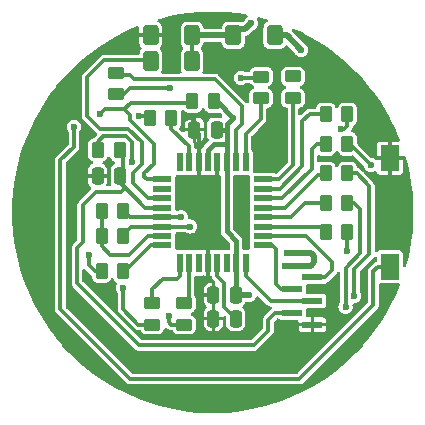
<source format=gbr>
%TF.GenerationSoftware,KiCad,Pcbnew,8.0.8*%
%TF.CreationDate,2025-01-19T18:25:21+02:00*%
%TF.ProjectId,LumiTimeV2,4c756d69-5469-46d6-9556-322e6b696361,rev?*%
%TF.SameCoordinates,Original*%
%TF.FileFunction,Copper,L2,Bot*%
%TF.FilePolarity,Positive*%
%FSLAX46Y46*%
G04 Gerber Fmt 4.6, Leading zero omitted, Abs format (unit mm)*
G04 Created by KiCad (PCBNEW 8.0.8) date 2025-01-19 18:25:21*
%MOMM*%
%LPD*%
G01*
G04 APERTURE LIST*
G04 Aperture macros list*
%AMRoundRect*
0 Rectangle with rounded corners*
0 $1 Rounding radius*
0 $2 $3 $4 $5 $6 $7 $8 $9 X,Y pos of 4 corners*
0 Add a 4 corners polygon primitive as box body*
4,1,4,$2,$3,$4,$5,$6,$7,$8,$9,$2,$3,0*
0 Add four circle primitives for the rounded corners*
1,1,$1+$1,$2,$3*
1,1,$1+$1,$4,$5*
1,1,$1+$1,$6,$7*
1,1,$1+$1,$8,$9*
0 Add four rect primitives between the rounded corners*
20,1,$1+$1,$2,$3,$4,$5,0*
20,1,$1+$1,$4,$5,$6,$7,0*
20,1,$1+$1,$6,$7,$8,$9,0*
20,1,$1+$1,$8,$9,$2,$3,0*%
G04 Aperture macros list end*
%TA.AperFunction,SMDPad,CuDef*%
%ADD10RoundRect,0.250000X0.250000X0.475000X-0.250000X0.475000X-0.250000X-0.475000X0.250000X-0.475000X0*%
%TD*%
%TA.AperFunction,SMDPad,CuDef*%
%ADD11RoundRect,0.250000X0.262500X0.450000X-0.262500X0.450000X-0.262500X-0.450000X0.262500X-0.450000X0*%
%TD*%
%TA.AperFunction,SMDPad,CuDef*%
%ADD12RoundRect,0.250000X0.450000X-0.262500X0.450000X0.262500X-0.450000X0.262500X-0.450000X-0.262500X0*%
%TD*%
%TA.AperFunction,SMDPad,CuDef*%
%ADD13RoundRect,0.250000X-0.262500X-0.450000X0.262500X-0.450000X0.262500X0.450000X-0.262500X0.450000X0*%
%TD*%
%TA.AperFunction,SMDPad,CuDef*%
%ADD14R,1.750000X0.600000*%
%TD*%
%TA.AperFunction,SMDPad,CuDef*%
%ADD15RoundRect,0.250000X-0.450000X0.262500X-0.450000X-0.262500X0.450000X-0.262500X0.450000X0.262500X0*%
%TD*%
%TA.AperFunction,SMDPad,CuDef*%
%ADD16R,0.550000X1.600000*%
%TD*%
%TA.AperFunction,SMDPad,CuDef*%
%ADD17R,1.600000X0.550000*%
%TD*%
%TA.AperFunction,SMDPad,CuDef*%
%ADD18RoundRect,0.250000X0.400000X0.600000X-0.400000X0.600000X-0.400000X-0.600000X0.400000X-0.600000X0*%
%TD*%
%TA.AperFunction,SMDPad,CuDef*%
%ADD19RoundRect,0.250000X-0.400000X-0.600000X0.400000X-0.600000X0.400000X0.600000X-0.400000X0.600000X0*%
%TD*%
%TA.AperFunction,SMDPad,CuDef*%
%ADD20R,1.600000X2.180000*%
%TD*%
%TA.AperFunction,ViaPad*%
%ADD21C,0.600000*%
%TD*%
%TA.AperFunction,Conductor*%
%ADD22C,0.300000*%
%TD*%
%TA.AperFunction,Conductor*%
%ADD23C,0.200000*%
%TD*%
%TA.AperFunction,Conductor*%
%ADD24C,0.500000*%
%TD*%
%TA.AperFunction,Conductor*%
%ADD25C,0.400000*%
%TD*%
G04 APERTURE END LIST*
D10*
%TO.P,C4,1*%
%TO.N,/Res*%
X142150000Y-96900000D03*
%TO.P,C4,2*%
%TO.N,GND*%
X140250000Y-96900000D03*
%TD*%
D11*
%TO.P,R10,1*%
%TO.N,/LED X*%
X146512500Y-92000000D03*
%TO.P,R10,2*%
%TO.N,Net-(D10-A)*%
X144687500Y-92000000D03*
%TD*%
%TO.P,R3,1*%
%TO.N,Net-(D3-A)*%
X161412500Y-94200000D03*
%TO.P,R3,2*%
%TO.N,/LED III*%
X159587500Y-94200000D03*
%TD*%
D10*
%TO.P,C2,1*%
%TO.N,+3V7*%
X151950000Y-107000000D03*
%TO.P,C2,2*%
%TO.N,GND*%
X150050000Y-107000000D03*
%TD*%
D12*
%TO.P,R1,1*%
%TO.N,/LED I*%
X156800000Y-90312500D03*
%TO.P,R1,2*%
%TO.N,Net-(D1-A)*%
X156800000Y-88487500D03*
%TD*%
D13*
%TO.P,R13,1*%
%TO.N,+3V7*%
X140287500Y-94700000D03*
%TO.P,R13,2*%
%TO.N,/Res*%
X142112500Y-94700000D03*
%TD*%
D10*
%TO.P,C3,1*%
%TO.N,+3V7*%
X150350000Y-93000000D03*
%TO.P,C3,2*%
%TO.N,GND*%
X148450000Y-93000000D03*
%TD*%
D14*
%TO.P,J1,1,Pin_1*%
%TO.N,+3V7*%
X156700000Y-104500000D03*
%TO.P,J1,2,Pin_2*%
%TO.N,/MOSI*%
X158450000Y-105500000D03*
%TO.P,J1,3,Pin_3*%
%TO.N,/MISO*%
X156700000Y-106500000D03*
%TO.P,J1,4,Pin_4*%
%TO.N,/SCK*%
X158450000Y-107500000D03*
%TO.P,J1,5,Pin_5*%
%TO.N,/Res*%
X156700000Y-108500000D03*
%TO.P,J1,6,Pin_6*%
%TO.N,GND*%
X158450000Y-109500000D03*
%TD*%
D11*
%TO.P,R9,1*%
%TO.N,/LED IX*%
X142412500Y-105000000D03*
%TO.P,R9,2*%
%TO.N,Net-(D9-A)*%
X140587500Y-105000000D03*
%TD*%
D15*
%TO.P,R8,1*%
%TO.N,/LED VIII*%
X144900000Y-107687500D03*
%TO.P,R8,2*%
%TO.N,Net-(D8-A)*%
X144900000Y-109512500D03*
%TD*%
D10*
%TO.P,C1,1*%
%TO.N,Net-(U1-AREF)*%
X151950000Y-109000000D03*
%TO.P,C1,2*%
%TO.N,GND*%
X150050000Y-109000000D03*
%TD*%
D15*
%TO.P,R11,1*%
%TO.N,/LED XI*%
X141800000Y-88187500D03*
%TO.P,R11,2*%
%TO.N,Net-(D11-A)*%
X141800000Y-90012500D03*
%TD*%
D11*
%TO.P,R5,1*%
%TO.N,Net-(D5-A)*%
X161412500Y-99200000D03*
%TO.P,R5,2*%
%TO.N,/LED V*%
X159587500Y-99200000D03*
%TD*%
D16*
%TO.P,U1,1,PD3*%
%TO.N,unconnected-(U1-PD3-Pad1)*%
X147200000Y-95750000D03*
%TO.P,U1,2,PD4*%
%TO.N,/LED X*%
X148000000Y-95750000D03*
%TO.P,U1,3,GND*%
%TO.N,GND*%
X148800000Y-95750000D03*
%TO.P,U1,4,VCC*%
%TO.N,+3V7*%
X149600000Y-95750000D03*
%TO.P,U1,5,GND*%
%TO.N,GND*%
X150400000Y-95750000D03*
%TO.P,U1,6,VCC*%
%TO.N,+3V7*%
X151200000Y-95750000D03*
%TO.P,U1,7,XTAL1/PB6*%
%TO.N,/LED XI*%
X152000000Y-95750000D03*
%TO.P,U1,8,XTAL2/PB7*%
%TO.N,/LED XII*%
X152800000Y-95750000D03*
D17*
%TO.P,U1,9,PD5*%
%TO.N,/LED I*%
X154250000Y-97200000D03*
%TO.P,U1,10,PD6*%
%TO.N,/LED II*%
X154250000Y-98000000D03*
%TO.P,U1,11,PD7*%
%TO.N,/LED III*%
X154250000Y-98800000D03*
%TO.P,U1,12,PB0*%
%TO.N,/LED IIII*%
X154250000Y-99600000D03*
%TO.P,U1,13,PB1*%
%TO.N,/LED V*%
X154250000Y-100400000D03*
%TO.P,U1,14,PB2*%
%TO.N,/LED VI*%
X154250000Y-101200000D03*
%TO.P,U1,15,PB3*%
%TO.N,/MOSI*%
X154250000Y-102000000D03*
%TO.P,U1,16,PB4*%
%TO.N,/MISO*%
X154250000Y-102800000D03*
D16*
%TO.P,U1,17,PB5*%
%TO.N,/SCK*%
X152800000Y-104250000D03*
%TO.P,U1,18,AVCC*%
%TO.N,+3V7*%
X152000000Y-104250000D03*
%TO.P,U1,19,ADC6*%
%TO.N,unconnected-(U1-ADC6-Pad19)*%
X151200000Y-104250000D03*
%TO.P,U1,20,AREF*%
%TO.N,Net-(U1-AREF)*%
X150400000Y-104250000D03*
%TO.P,U1,21,GND*%
%TO.N,GND*%
X149600000Y-104250000D03*
%TO.P,U1,22,ADC7*%
%TO.N,unconnected-(U1-ADC7-Pad22)*%
X148800000Y-104250000D03*
%TO.P,U1,23,PC0*%
%TO.N,/LED VII*%
X148000000Y-104250000D03*
%TO.P,U1,24,PC1*%
%TO.N,/LED VIII*%
X147200000Y-104250000D03*
D17*
%TO.P,U1,25,PC2*%
%TO.N,/LED IX*%
X145750000Y-102800000D03*
%TO.P,U1,26,PC3*%
%TO.N,/Pullup*%
X145750000Y-102000000D03*
%TO.P,U1,27,PC4*%
%TO.N,/SDA*%
X145750000Y-101200000D03*
%TO.P,U1,28,PC5*%
%TO.N,/SCL*%
X145750000Y-100400000D03*
%TO.P,U1,29,~{RESET}/PC6*%
%TO.N,/Res*%
X145750000Y-99600000D03*
%TO.P,U1,30,PD0*%
%TO.N,/RXD*%
X145750000Y-98800000D03*
%TO.P,U1,31,PD1*%
%TO.N,/TXD*%
X145750000Y-98000000D03*
%TO.P,U1,32,PD2*%
%TO.N,/But0*%
X145750000Y-97200000D03*
%TD*%
D12*
%TO.P,R12,1*%
%TO.N,/LED XII*%
X154100000Y-90325000D03*
%TO.P,R12,2*%
%TO.N,Net-(D12-A)*%
X154100000Y-88500000D03*
%TD*%
D18*
%TO.P,D13,1,K*%
%TO.N,Net-(D13-K)*%
X148250000Y-85000000D03*
%TO.P,D13,2,A*%
%TO.N,GND*%
X144750000Y-85000000D03*
%TD*%
D11*
%TO.P,R14,1*%
%TO.N,/SCL*%
X142412500Y-99900000D03*
%TO.P,R14,2*%
%TO.N,/Pullup*%
X140587500Y-99900000D03*
%TD*%
%TO.P,R4,1*%
%TO.N,Net-(D4-A)*%
X161412500Y-96700000D03*
%TO.P,R4,2*%
%TO.N,/LED IIII*%
X159587500Y-96700000D03*
%TD*%
D12*
%TO.P,R7,1*%
%TO.N,Net-(D7-A)*%
X147600000Y-109512500D03*
%TO.P,R7,2*%
%TO.N,/LED VII*%
X147600000Y-107687500D03*
%TD*%
D11*
%TO.P,R16,1*%
%TO.N,+3V7*%
X150112500Y-90600000D03*
%TO.P,R16,2*%
%TO.N,/But0*%
X148287500Y-90600000D03*
%TD*%
%TO.P,R6,1*%
%TO.N,Net-(D6-A)*%
X161412500Y-101700000D03*
%TO.P,R6,2*%
%TO.N,/LED VI*%
X159587500Y-101700000D03*
%TD*%
D19*
%TO.P,D15,1,K*%
%TO.N,/RXD*%
X144750000Y-87200000D03*
%TO.P,D15,2,A*%
%TO.N,Net-(D13-K)*%
X148250000Y-87200000D03*
%TD*%
D11*
%TO.P,R15,1*%
%TO.N,/SDA*%
X142412500Y-102000000D03*
%TO.P,R15,2*%
%TO.N,/Pullup*%
X140587500Y-102000000D03*
%TD*%
D20*
%TO.P,Button1,1,1*%
%TO.N,GND*%
X165000000Y-95410000D03*
%TO.P,Button1,2,2*%
%TO.N,/But0*%
X165000000Y-104590000D03*
%TD*%
D18*
%TO.P,D14,1,K*%
%TO.N,+3V7*%
X155250000Y-85000000D03*
%TO.P,D14,2,A*%
%TO.N,Net-(D13-K)*%
X151750000Y-85000000D03*
%TD*%
D11*
%TO.P,R2,1*%
%TO.N,Net-(D2-A)*%
X161412500Y-91700000D03*
%TO.P,R2,2*%
%TO.N,/LED II*%
X159587500Y-91700000D03*
%TD*%
D21*
%TO.N,GND*%
X138000000Y-102300000D03*
X138400000Y-96200000D03*
X152500000Y-99000000D03*
X151500000Y-86700000D03*
X163800000Y-92700000D03*
X148800000Y-106100000D03*
X149200000Y-102000000D03*
X153250000Y-110250000D03*
X147750000Y-92000000D03*
X143000000Y-85000000D03*
X158500000Y-108500000D03*
%TO.N,Net-(D1-A)*%
X156800000Y-88487500D03*
%TO.N,Net-(D2-A)*%
X160876672Y-92940832D03*
%TO.N,Net-(D3-A)*%
X163400000Y-96000000D03*
%TO.N,Net-(D4-A)*%
X161980331Y-107080331D03*
%TO.N,Net-(D5-A)*%
X161250000Y-108000000D03*
%TO.N,Net-(D6-A)*%
X161400000Y-103300000D03*
%TO.N,Net-(D7-A)*%
X146300000Y-108800000D03*
%TO.N,Net-(D8-A)*%
X142400000Y-106400000D03*
%TO.N,Net-(D9-A)*%
X139488685Y-103600000D03*
%TO.N,Net-(D10-A)*%
X143761307Y-91881712D03*
%TO.N,Net-(D11-A)*%
X146374171Y-89465168D03*
%TO.N,Net-(D12-A)*%
X152400000Y-88600000D03*
%TO.N,Net-(D13-K)*%
X153250000Y-84000000D03*
%TO.N,+3V7*%
X157500000Y-86250000D03*
X151750000Y-92000000D03*
X156250000Y-103400000D03*
X153100000Y-107000000D03*
X143150000Y-95700000D03*
%TO.N,/But0*%
X138250000Y-92750000D03*
X140444669Y-91694669D03*
%TO.N,/SDA*%
X148100000Y-101200000D03*
%TO.N,/SCL*%
X147300000Y-100400000D03*
%TD*%
D22*
%TO.N,GND*%
X148800000Y-95750000D02*
X148800000Y-97050000D01*
X150400000Y-97100000D02*
X150400000Y-95750000D01*
X147750000Y-92000000D02*
X148150000Y-92000000D01*
X148450000Y-92300000D02*
X148450000Y-93000000D01*
X150000000Y-97500000D02*
X150400000Y-97100000D01*
X148800000Y-97050000D02*
X149250000Y-97500000D01*
X148150000Y-92000000D02*
X148450000Y-92300000D01*
X148800000Y-95750000D02*
X148800000Y-93350000D01*
X149250000Y-97500000D02*
X150000000Y-97500000D01*
D23*
X148800000Y-93350000D02*
X148450000Y-93000000D01*
D22*
%TO.N,Net-(D2-A)*%
X160876672Y-92940832D02*
X161159168Y-92940832D01*
X161412500Y-92687500D02*
X161412500Y-91700000D01*
X161159168Y-92940832D02*
X161412500Y-92687500D01*
%TO.N,Net-(D3-A)*%
X161600000Y-94200000D02*
X163400000Y-96000000D01*
X161412500Y-94200000D02*
X161600000Y-94200000D01*
%TO.N,Net-(D4-A)*%
X162200000Y-96700000D02*
X161412500Y-96700000D01*
X162000000Y-104800000D02*
X163250000Y-103550000D01*
X161980331Y-107080331D02*
X162000000Y-107060662D01*
X162000000Y-107060662D02*
X162000000Y-104800000D01*
X163250000Y-97750000D02*
X162200000Y-96700000D01*
X163250000Y-103550000D02*
X163250000Y-97750000D01*
%TO.N,Net-(D5-A)*%
X162500000Y-99750000D02*
X161950000Y-99200000D01*
X161250000Y-104701472D02*
X162500000Y-103451472D01*
X162500000Y-103451472D02*
X162500000Y-99750000D01*
X161950000Y-99200000D02*
X161412500Y-99200000D01*
X161250000Y-108000000D02*
X161250000Y-104701472D01*
%TO.N,Net-(D6-A)*%
X161400000Y-103300000D02*
X161400000Y-101712500D01*
X161400000Y-101712500D02*
X161412500Y-101700000D01*
%TO.N,Net-(D7-A)*%
X146300000Y-109300000D02*
X146512500Y-109512500D01*
X146512500Y-109512500D02*
X147600000Y-109512500D01*
X146300000Y-108800000D02*
X146300000Y-109300000D01*
%TO.N,Net-(D8-A)*%
X142400000Y-106400000D02*
X142400000Y-108200000D01*
X142400000Y-108200000D02*
X143712500Y-109512500D01*
X143712500Y-109512500D02*
X144900000Y-109512500D01*
%TO.N,Net-(D9-A)*%
X139488685Y-104488685D02*
X140000000Y-105000000D01*
X139488685Y-103600000D02*
X139488685Y-104488685D01*
X140000000Y-105000000D02*
X140587500Y-105000000D01*
%TO.N,Net-(D10-A)*%
X144169212Y-91881712D02*
X144587500Y-92300000D01*
X143761307Y-91881712D02*
X144169212Y-91881712D01*
%TO.N,Net-(D11-A)*%
X146374171Y-89465168D02*
X143034832Y-89465168D01*
X143034832Y-89465168D02*
X142187500Y-90312500D01*
X142187500Y-90312500D02*
X141800000Y-90312500D01*
%TO.N,Net-(D12-A)*%
X154000000Y-88600000D02*
X154100000Y-88500000D01*
X152400000Y-88600000D02*
X154000000Y-88600000D01*
D24*
%TO.N,Net-(D13-K)*%
X151750000Y-84500000D02*
X151250000Y-85000000D01*
X151250000Y-85000000D02*
X148750000Y-85000000D01*
X148750000Y-85000000D02*
X148250000Y-84500000D01*
D22*
X148250000Y-87100000D02*
X148250000Y-84600000D01*
D24*
X152750000Y-84500000D02*
X151750000Y-84500000D01*
D22*
X153150000Y-84100000D02*
X153250000Y-84000000D01*
D24*
X153250000Y-84000000D02*
X152750000Y-84500000D01*
%TO.N,+3V7*%
X158600000Y-104200000D02*
X158300000Y-104500000D01*
X158300000Y-103400000D02*
X158600000Y-103700000D01*
D25*
X150112500Y-90400000D02*
X149812500Y-90700000D01*
D22*
X140287500Y-94012500D02*
X140287500Y-94700000D01*
D24*
X153100000Y-107000000D02*
X151950000Y-107000000D01*
D25*
X151750000Y-92000000D02*
X151200000Y-92550000D01*
D24*
X156250000Y-85000000D02*
X157500000Y-86250000D01*
D22*
X140750000Y-93550000D02*
X140287500Y-94012500D01*
D25*
X151200000Y-93100000D02*
X151200000Y-93300000D01*
X149600000Y-95750000D02*
X149600000Y-94750000D01*
D22*
X143150000Y-95700000D02*
X143150000Y-94028122D01*
D24*
X156250000Y-103400000D02*
X158300000Y-103400000D01*
D25*
X150356250Y-90600000D02*
X150112500Y-90600000D01*
D22*
X152000000Y-106950000D02*
X151950000Y-107000000D01*
X142000000Y-93550000D02*
X140750000Y-93550000D01*
D25*
X151750000Y-92000000D02*
X151750000Y-91993750D01*
X150100000Y-94250000D02*
X151200000Y-94250000D01*
X149600000Y-94750000D02*
X150100000Y-94250000D01*
X151200000Y-95750000D02*
X151200000Y-94250000D01*
D22*
X142671878Y-93550000D02*
X142000000Y-93550000D01*
X143150000Y-94028122D02*
X142671878Y-93550000D01*
D25*
X151200000Y-93100000D02*
X151100000Y-93000000D01*
X151200000Y-97000000D02*
X151200000Y-95750000D01*
D24*
X158600000Y-103700000D02*
X158600000Y-104200000D01*
D22*
X142000000Y-93550000D02*
X141900000Y-93550000D01*
X151950000Y-104300000D02*
X152000000Y-104250000D01*
D25*
X152000000Y-104250000D02*
X152000000Y-106950000D01*
X152000000Y-104250000D02*
X152000000Y-102412500D01*
X151750000Y-91993750D02*
X150356250Y-90600000D01*
X151200000Y-94250000D02*
X151200000Y-93300000D01*
X151100000Y-93000000D02*
X150350000Y-93000000D01*
X151200000Y-101612500D02*
X151200000Y-97000000D01*
D24*
X155250000Y-85000000D02*
X156250000Y-85000000D01*
D25*
X151200000Y-92550000D02*
X151200000Y-93100000D01*
X152000000Y-102412500D02*
X151200000Y-101612500D01*
D24*
X158300000Y-104500000D02*
X156700000Y-104500000D01*
D22*
%TO.N,/But0*%
X145000000Y-95900000D02*
X144200000Y-96700000D01*
X143000000Y-114100000D02*
X157350000Y-114100000D01*
X142000000Y-91250000D02*
X142500000Y-91250000D01*
X164010000Y-104590000D02*
X165500000Y-104590000D01*
X138250000Y-94450000D02*
X137100000Y-95600000D01*
X144400000Y-97200000D02*
X145750000Y-97200000D01*
X163600000Y-105000000D02*
X164010000Y-104590000D01*
X142500000Y-91250000D02*
X143011307Y-91761307D01*
X140444669Y-91694669D02*
X140889338Y-91250000D01*
X144200000Y-97000000D02*
X144400000Y-97200000D01*
X143011307Y-92192373D02*
X145000000Y-94181066D01*
X148187500Y-90700000D02*
X148287500Y-90600000D01*
X143050000Y-90700000D02*
X148187500Y-90700000D01*
X138250000Y-92750000D02*
X138250000Y-94450000D01*
X145000000Y-94181066D02*
X145000000Y-95900000D01*
X137100000Y-95600000D02*
X137100000Y-108200000D01*
X140889338Y-91250000D02*
X142500000Y-91250000D01*
X144200000Y-96700000D02*
X144200000Y-97000000D01*
X137100000Y-108200000D02*
X143000000Y-114100000D01*
X143011307Y-91761307D02*
X143011307Y-92192373D01*
X163600000Y-107850000D02*
X163600000Y-105000000D01*
X142500000Y-91250000D02*
X143050000Y-90700000D01*
X157350000Y-114100000D02*
X163600000Y-107850000D01*
%TO.N,Net-(U1-AREF)*%
X150400000Y-105400000D02*
X150400000Y-104250000D01*
X151000000Y-106000000D02*
X150400000Y-105400000D01*
X151000000Y-108050000D02*
X151000000Y-106000000D01*
X151950000Y-109000000D02*
X151000000Y-108050000D01*
%TO.N,/SDA*%
X143112500Y-101200000D02*
X145750000Y-101200000D01*
X142412500Y-101900000D02*
X143112500Y-101200000D01*
X148100000Y-101200000D02*
X145750000Y-101200000D01*
%TO.N,/Res*%
X139000000Y-102500000D02*
X138500000Y-103000000D01*
X142400000Y-95112500D02*
X142400000Y-96750000D01*
X138500000Y-106000000D02*
X143750000Y-111250000D01*
X139000000Y-99375000D02*
X139000000Y-102500000D01*
X142150000Y-97450000D02*
X142150000Y-96900000D01*
X142250000Y-98250000D02*
X140125000Y-98250000D01*
X142150000Y-97450000D02*
X142600000Y-97900000D01*
X154700000Y-109100000D02*
X155300000Y-108500000D01*
X142600000Y-97900000D02*
X142250000Y-98250000D01*
X143750000Y-111250000D02*
X153500000Y-111250000D01*
X153500000Y-111250000D02*
X154700000Y-110050000D01*
X145750000Y-99600000D02*
X144300000Y-99600000D01*
X138500000Y-103000000D02*
X138500000Y-106000000D01*
X154700000Y-110050000D02*
X154700000Y-109100000D01*
X144300000Y-99600000D02*
X142150000Y-97450000D01*
X155300000Y-108500000D02*
X156700000Y-108500000D01*
X140125000Y-98250000D02*
X139000000Y-99375000D01*
%TO.N,/RXD*%
X140800000Y-87100000D02*
X144750000Y-87100000D01*
X143250000Y-96660661D02*
X144000000Y-95910661D01*
X142870406Y-92900000D02*
X140450000Y-92900000D01*
X143250000Y-97550000D02*
X143250000Y-96660661D01*
X140450000Y-92900000D02*
X139350000Y-91800000D01*
X144000000Y-95910661D02*
X144000000Y-94029594D01*
X145750000Y-98800000D02*
X144500000Y-98800000D01*
X139350000Y-91800000D02*
X139350000Y-88550000D01*
X144500000Y-98800000D02*
X143250000Y-97550000D01*
X139350000Y-88550000D02*
X140800000Y-87100000D01*
X144000000Y-94029594D02*
X142870406Y-92900000D01*
%TO.N,/SCK*%
X152800000Y-105400000D02*
X152800000Y-104250000D01*
X154900000Y-107500000D02*
X152800000Y-105400000D01*
X154900000Y-107500000D02*
X158450000Y-107500000D01*
%TO.N,/MOSI*%
X157900000Y-102000000D02*
X160100000Y-104200000D01*
X160100000Y-104900000D02*
X159500000Y-105500000D01*
X154050000Y-102000000D02*
X157900000Y-102000000D01*
X160100000Y-104200000D02*
X160100000Y-104900000D01*
X159500000Y-105500000D02*
X158450000Y-105500000D01*
%TO.N,/MISO*%
X155375000Y-103125000D02*
X155050000Y-102800000D01*
X156700000Y-106500000D02*
X155800000Y-106500000D01*
X155800000Y-106500000D02*
X155375000Y-106075000D01*
X155050000Y-102800000D02*
X154250000Y-102800000D01*
X155375000Y-106075000D02*
X155375000Y-103125000D01*
%TO.N,/LED V*%
X159887500Y-99200000D02*
X157800000Y-99200000D01*
X156600000Y-100400000D02*
X154250000Y-100400000D01*
X157800000Y-99200000D02*
X156600000Y-100400000D01*
%TO.N,/LED III*%
X158400000Y-94600000D02*
X158400000Y-96300000D01*
X158800000Y-94200000D02*
X158400000Y-94600000D01*
X158400000Y-96300000D02*
X155900000Y-98800000D01*
X155900000Y-98800000D02*
X154250000Y-98800000D01*
X159887500Y-94200000D02*
X158800000Y-94200000D01*
%TO.N,/LED VIII*%
X145800000Y-105600000D02*
X144900000Y-106500000D01*
X147200000Y-104250000D02*
X147200000Y-105400000D01*
X147000000Y-105600000D02*
X145800000Y-105600000D01*
X147200000Y-105400000D02*
X147000000Y-105600000D01*
X144900000Y-106500000D02*
X144900000Y-107687500D01*
%TO.N,/LED II*%
X158200000Y-91700000D02*
X159887500Y-91700000D01*
X155700000Y-98000000D02*
X157600000Y-96100000D01*
X157600000Y-96100000D02*
X157600000Y-92300000D01*
X154250000Y-98000000D02*
X155700000Y-98000000D01*
X157600000Y-92300000D02*
X158200000Y-91700000D01*
%TO.N,/LED XI*%
X152000000Y-95750000D02*
X152000000Y-92996446D01*
X150200000Y-88700000D02*
X143300000Y-88700000D01*
X152500000Y-92496446D02*
X152500000Y-91000000D01*
X143300000Y-88700000D02*
X142987500Y-88387500D01*
X152050000Y-95750000D02*
X152075000Y-95725000D01*
X142987500Y-88387500D02*
X141300000Y-88387500D01*
X152000000Y-95750000D02*
X152050000Y-95750000D01*
X152500000Y-91000000D02*
X150200000Y-88700000D01*
X152000000Y-92996446D02*
X152500000Y-92496446D01*
%TO.N,/LED XII*%
X152800000Y-93400000D02*
X154100000Y-92100000D01*
X152800000Y-95750000D02*
X152800000Y-93400000D01*
X154100000Y-92100000D02*
X154100000Y-90325000D01*
%TO.N,/LED VI*%
X159387500Y-101200000D02*
X154250000Y-101200000D01*
X159587500Y-101700000D02*
X159087500Y-101200000D01*
%TO.N,/LED VII*%
X148000000Y-107287500D02*
X148000000Y-104250000D01*
X147600000Y-107687500D02*
X148000000Y-107287500D01*
%TO.N,/LED IIII*%
X156100000Y-99600000D02*
X158900000Y-96800000D01*
X154250000Y-99600000D02*
X156100000Y-99600000D01*
X158900000Y-96800000D02*
X159887500Y-96800000D01*
%TO.N,/LED I*%
X156800000Y-96000000D02*
X155600000Y-97200000D01*
X156800000Y-90312500D02*
X156800000Y-96000000D01*
X155600000Y-97200000D02*
X154250000Y-97200000D01*
%TO.N,/LED X*%
X148000000Y-95750000D02*
X148000000Y-94400000D01*
X146512500Y-92912500D02*
X146512500Y-92000000D01*
X148000000Y-94400000D02*
X146512500Y-92912500D01*
%TO.N,/SCL*%
X143012500Y-100400000D02*
X145750000Y-100400000D01*
X147300000Y-100400000D02*
X145750000Y-100400000D01*
X142412500Y-99800000D02*
X143012500Y-100400000D01*
%TO.N,/LED IX*%
X142412500Y-105000000D02*
X142548528Y-105000000D01*
X144748528Y-102800000D02*
X145750000Y-102800000D01*
X142548528Y-105000000D02*
X144748528Y-102800000D01*
%TO.N,/Pullup*%
X144500000Y-102000000D02*
X142900000Y-103600000D01*
X140587500Y-102887500D02*
X140587500Y-102100000D01*
X145750000Y-102000000D02*
X144500000Y-102000000D01*
X141300000Y-103600000D02*
X140587500Y-102887500D01*
X140587500Y-102100000D02*
X140587500Y-99500000D01*
X142900000Y-103600000D02*
X141300000Y-103600000D01*
%TD*%
%TA.AperFunction,Conductor*%
%TO.N,GND*%
G36*
X150414369Y-83005638D02*
G01*
X151227782Y-83044982D01*
X151234934Y-83045502D01*
X152045498Y-83124099D01*
X152052605Y-83124962D01*
X152838934Y-83239782D01*
X152909766Y-83270299D01*
X152955851Y-83332144D01*
X152964839Y-83408747D01*
X152934322Y-83479581D01*
X152908109Y-83505427D01*
X152821720Y-83571715D01*
X152821716Y-83571719D01*
X152725466Y-83697154D01*
X152725463Y-83697159D01*
X152702261Y-83753174D01*
X152669962Y-83801512D01*
X152587184Y-83884289D01*
X152520389Y-83922852D01*
X152443261Y-83922852D01*
X152427165Y-83917541D01*
X152281561Y-83860122D01*
X152193105Y-83849500D01*
X152193102Y-83849500D01*
X151306898Y-83849500D01*
X151306894Y-83849500D01*
X151218436Y-83860122D01*
X151077658Y-83915638D01*
X151077658Y-83915639D01*
X150957079Y-84007076D01*
X150957076Y-84007079D01*
X150865639Y-84127658D01*
X150865638Y-84127658D01*
X150810123Y-84268435D01*
X150804139Y-84318266D01*
X150775436Y-84389854D01*
X150714785Y-84437500D01*
X150656202Y-84449500D01*
X149343798Y-84449500D01*
X149269298Y-84429538D01*
X149214760Y-84375000D01*
X149195861Y-84318266D01*
X149195031Y-84311362D01*
X149189877Y-84268436D01*
X149134361Y-84127658D01*
X149042922Y-84007078D01*
X149042920Y-84007076D01*
X148966994Y-83949500D01*
X148922342Y-83915639D01*
X148922341Y-83915638D01*
X148781563Y-83860122D01*
X148693105Y-83849500D01*
X148693102Y-83849500D01*
X147806898Y-83849500D01*
X147806894Y-83849500D01*
X147718436Y-83860122D01*
X147577658Y-83915638D01*
X147577658Y-83915639D01*
X147457079Y-84007076D01*
X147457076Y-84007079D01*
X147365639Y-84127658D01*
X147365638Y-84127658D01*
X147310122Y-84268436D01*
X147299500Y-84356894D01*
X147299500Y-85643105D01*
X147310122Y-85731563D01*
X147365638Y-85872341D01*
X147457076Y-85992920D01*
X147458797Y-85994641D01*
X147460123Y-85996938D01*
X147463236Y-86001043D01*
X147462719Y-86001434D01*
X147497361Y-86061436D01*
X147497361Y-86138564D01*
X147462719Y-86198565D01*
X147463236Y-86198957D01*
X147460123Y-86203061D01*
X147458797Y-86205359D01*
X147457076Y-86207079D01*
X147365639Y-86327658D01*
X147365638Y-86327658D01*
X147310122Y-86468436D01*
X147299500Y-86556894D01*
X147299500Y-87843105D01*
X147310122Y-87931563D01*
X147310123Y-87931566D01*
X147355187Y-88045839D01*
X147363948Y-88122467D01*
X147333220Y-88193210D01*
X147271237Y-88239111D01*
X147216576Y-88249500D01*
X145783424Y-88249500D01*
X145708924Y-88229538D01*
X145654386Y-88175000D01*
X145634424Y-88100500D01*
X145644813Y-88045839D01*
X145681267Y-87953398D01*
X145689877Y-87931564D01*
X145700500Y-87843102D01*
X145700500Y-86556898D01*
X145689877Y-86468436D01*
X145634361Y-86327658D01*
X145542923Y-86207079D01*
X145540845Y-86205001D01*
X145539242Y-86202225D01*
X145536764Y-86198957D01*
X145537175Y-86198645D01*
X145502281Y-86138206D01*
X145502281Y-86061078D01*
X145536922Y-86001076D01*
X145536407Y-86000685D01*
X145539515Y-85996586D01*
X145540845Y-85994283D01*
X145540851Y-85994277D01*
X145542569Y-85992558D01*
X145633920Y-85872096D01*
X145689386Y-85731443D01*
X145699999Y-85643060D01*
X145700000Y-85643058D01*
X145700000Y-85150000D01*
X143800000Y-85150000D01*
X143800000Y-85643060D01*
X143810613Y-85731443D01*
X143866079Y-85872096D01*
X143957433Y-85992562D01*
X143959154Y-85994283D01*
X143960480Y-85996580D01*
X143963593Y-86000685D01*
X143963076Y-86001076D01*
X143997718Y-86061078D01*
X143997718Y-86138206D01*
X143962825Y-86198645D01*
X143963236Y-86198957D01*
X143960763Y-86202217D01*
X143959160Y-86204995D01*
X143957079Y-86207076D01*
X143865639Y-86327658D01*
X143865638Y-86327658D01*
X143810123Y-86468435D01*
X143804139Y-86518266D01*
X143775436Y-86589854D01*
X143714785Y-86637500D01*
X143656202Y-86649500D01*
X140740687Y-86649500D01*
X140650326Y-86673712D01*
X140650326Y-86673713D01*
X140638219Y-86676957D01*
X140626112Y-86680201D01*
X140523385Y-86739510D01*
X140258134Y-87004762D01*
X138989511Y-88273386D01*
X138989510Y-88273387D01*
X138989508Y-88273389D01*
X138930201Y-88376111D01*
X138930202Y-88376111D01*
X138930201Y-88376115D01*
X138899500Y-88490689D01*
X138899500Y-91859310D01*
X138910245Y-91899410D01*
X138917417Y-91926178D01*
X138920990Y-91939510D01*
X138930202Y-91973891D01*
X138989506Y-92076607D01*
X138989509Y-92076611D01*
X138989511Y-92076614D01*
X140173386Y-93260489D01*
X140173388Y-93260490D01*
X140180292Y-93267394D01*
X140178172Y-93269513D01*
X140215135Y-93317691D01*
X140225198Y-93394160D01*
X140195679Y-93465415D01*
X140182833Y-93480062D01*
X139997305Y-93665589D01*
X139930510Y-93704153D01*
X139909719Y-93708166D01*
X139893442Y-93710121D01*
X139893432Y-93710124D01*
X139752658Y-93765638D01*
X139752658Y-93765639D01*
X139632079Y-93857076D01*
X139632076Y-93857079D01*
X139540639Y-93977658D01*
X139540638Y-93977658D01*
X139485122Y-94118436D01*
X139474500Y-94206894D01*
X139474500Y-95193105D01*
X139485122Y-95281563D01*
X139540638Y-95422341D01*
X139630384Y-95540689D01*
X139632078Y-95542922D01*
X139752658Y-95634361D01*
X139777679Y-95644228D01*
X139839661Y-95690129D01*
X139870389Y-95760872D01*
X139861628Y-95837501D01*
X139815727Y-95899483D01*
X139777678Y-95921451D01*
X139727904Y-95941079D01*
X139607437Y-96032433D01*
X139607433Y-96032437D01*
X139516079Y-96152903D01*
X139460613Y-96293556D01*
X139450000Y-96381939D01*
X139450000Y-96750000D01*
X141050000Y-96750000D01*
X141050000Y-96381941D01*
X141049999Y-96381939D01*
X141039386Y-96293556D01*
X140983920Y-96152903D01*
X140892566Y-96032437D01*
X140892562Y-96032433D01*
X140772095Y-95941079D01*
X140772096Y-95941079D01*
X140759822Y-95936239D01*
X140697839Y-95890338D01*
X140667111Y-95819595D01*
X140675871Y-95742966D01*
X140721772Y-95680983D01*
X140759822Y-95659016D01*
X140772787Y-95653902D01*
X140822342Y-95634361D01*
X140942922Y-95542922D01*
X141034361Y-95422342D01*
X141061390Y-95353800D01*
X141107289Y-95291821D01*
X141178032Y-95261093D01*
X141254661Y-95269853D01*
X141316644Y-95315754D01*
X141338608Y-95353798D01*
X141365639Y-95422342D01*
X141365640Y-95422343D01*
X141455384Y-95540689D01*
X141457078Y-95542922D01*
X141577658Y-95634361D01*
X141639500Y-95658748D01*
X141701479Y-95704647D01*
X141732208Y-95775390D01*
X141723448Y-95852019D01*
X141677547Y-95914001D01*
X141639503Y-95935967D01*
X141627661Y-95940637D01*
X141627658Y-95940639D01*
X141507079Y-96032076D01*
X141507076Y-96032079D01*
X141415639Y-96152658D01*
X141415638Y-96152658D01*
X141360122Y-96293436D01*
X141349500Y-96381894D01*
X141349500Y-97418105D01*
X141360122Y-97506561D01*
X141360122Y-97506563D01*
X141360123Y-97506564D01*
X141390651Y-97583978D01*
X141395329Y-97595839D01*
X141404089Y-97672468D01*
X141373361Y-97743211D01*
X141311378Y-97789112D01*
X141256717Y-97799500D01*
X141142746Y-97799500D01*
X141068246Y-97779538D01*
X141013708Y-97725000D01*
X140993746Y-97650500D01*
X141004134Y-97595840D01*
X141039385Y-97506444D01*
X141049999Y-97418060D01*
X141050000Y-97418058D01*
X141050000Y-97050000D01*
X139450000Y-97050000D01*
X139450000Y-97418060D01*
X139460613Y-97506443D01*
X139516079Y-97647096D01*
X139607433Y-97767562D01*
X139607437Y-97767566D01*
X139677664Y-97820822D01*
X139724964Y-97881744D01*
X139735465Y-97958154D01*
X139706355Y-98029577D01*
X139692991Y-98044904D01*
X138639509Y-99098388D01*
X138639508Y-99098389D01*
X138580201Y-99201111D01*
X138580202Y-99201111D01*
X138580201Y-99201115D01*
X138549500Y-99315689D01*
X138549500Y-102251678D01*
X138529538Y-102326178D01*
X138505859Y-102357037D01*
X138139509Y-102723388D01*
X138139508Y-102723389D01*
X138080201Y-102826111D01*
X138080202Y-102826111D01*
X138080201Y-102826113D01*
X138080201Y-102826114D01*
X138076974Y-102838158D01*
X138049500Y-102940689D01*
X138049500Y-106059311D01*
X138066668Y-106123382D01*
X138066669Y-106123386D01*
X138066670Y-106123387D01*
X138069597Y-106134312D01*
X138080201Y-106173889D01*
X138139506Y-106276607D01*
X138139509Y-106276611D01*
X138139511Y-106276614D01*
X143473386Y-111610489D01*
X143473388Y-111610490D01*
X143473389Y-111610491D01*
X143576115Y-111669800D01*
X143590424Y-111673633D01*
X143600317Y-111676283D01*
X143600324Y-111676287D01*
X143600325Y-111676286D01*
X143624539Y-111682774D01*
X143690691Y-111700500D01*
X143690694Y-111700500D01*
X153559306Y-111700500D01*
X153559309Y-111700500D01*
X153649673Y-111676286D01*
X153673887Y-111669799D01*
X153776614Y-111610489D01*
X155060489Y-110326614D01*
X155119798Y-110223887D01*
X155119799Y-110223886D01*
X155150500Y-110109309D01*
X155150500Y-109844794D01*
X157275001Y-109844794D01*
X157277909Y-109869874D01*
X157323212Y-109972477D01*
X157402521Y-110051786D01*
X157505128Y-110097091D01*
X157530204Y-110099999D01*
X158300000Y-110099999D01*
X158600000Y-110099999D01*
X159369795Y-110099999D01*
X159394874Y-110097090D01*
X159497477Y-110051787D01*
X159497478Y-110051787D01*
X159576786Y-109972478D01*
X159622091Y-109869871D01*
X159625000Y-109844795D01*
X159625000Y-109650000D01*
X158600000Y-109650000D01*
X158600000Y-110099999D01*
X158300000Y-110099999D01*
X158300000Y-109650000D01*
X157275001Y-109650000D01*
X157275001Y-109844794D01*
X155150500Y-109844794D01*
X155150500Y-109348321D01*
X155170462Y-109273821D01*
X155194141Y-109242962D01*
X155413207Y-109023896D01*
X155480002Y-108985332D01*
X155557130Y-108985332D01*
X155623925Y-109023896D01*
X155652235Y-109052206D01*
X155755009Y-109097585D01*
X155780135Y-109100500D01*
X157126001Y-109100499D01*
X157200500Y-109120461D01*
X157255038Y-109174999D01*
X157275000Y-109249499D01*
X157275000Y-109350000D01*
X158300000Y-109350000D01*
X158600000Y-109350000D01*
X159624999Y-109350000D01*
X159624999Y-109155205D01*
X159622090Y-109130125D01*
X159576787Y-109027522D01*
X159497478Y-108948213D01*
X159394871Y-108902908D01*
X159369796Y-108900000D01*
X158600000Y-108900000D01*
X158600000Y-109350000D01*
X158300000Y-109350000D01*
X158300000Y-108900000D01*
X158024500Y-108900000D01*
X157950000Y-108880038D01*
X157895462Y-108825500D01*
X157875500Y-108751000D01*
X157875499Y-108249499D01*
X157895461Y-108174999D01*
X157949999Y-108120461D01*
X158024499Y-108100499D01*
X159369867Y-108100499D01*
X159384940Y-108098750D01*
X159394991Y-108097585D01*
X159497765Y-108052206D01*
X159577206Y-107972765D01*
X159622585Y-107869991D01*
X159625500Y-107844865D01*
X159625499Y-107155136D01*
X159624903Y-107150000D01*
X159622585Y-107130010D01*
X159622584Y-107130007D01*
X159579343Y-107032076D01*
X159577206Y-107027235D01*
X159497765Y-106947794D01*
X159497764Y-106947793D01*
X159394994Y-106902416D01*
X159394991Y-106902415D01*
X159369865Y-106899500D01*
X159369859Y-106899500D01*
X158024500Y-106899500D01*
X157950000Y-106879538D01*
X157895462Y-106825000D01*
X157875500Y-106750500D01*
X157875499Y-106249499D01*
X157895461Y-106174999D01*
X157949999Y-106120461D01*
X158024499Y-106100499D01*
X159369867Y-106100499D01*
X159384940Y-106098750D01*
X159394991Y-106097585D01*
X159497765Y-106052206D01*
X159577206Y-105972765D01*
X159577207Y-105972761D01*
X159585938Y-105964031D01*
X159652730Y-105925466D01*
X159673887Y-105919799D01*
X159776614Y-105860489D01*
X160460489Y-105176614D01*
X160507691Y-105094859D01*
X160521462Y-105071007D01*
X160576000Y-105016469D01*
X160650501Y-104996507D01*
X160725000Y-105016469D01*
X160779538Y-105071007D01*
X160799500Y-105145507D01*
X160799500Y-107550094D01*
X160779538Y-107624594D01*
X160768710Y-107640799D01*
X160725463Y-107697159D01*
X160664954Y-107843242D01*
X160644318Y-107999997D01*
X160644318Y-108000002D01*
X160664954Y-108156757D01*
X160725463Y-108302840D01*
X160756218Y-108342920D01*
X160821718Y-108428282D01*
X160947159Y-108524536D01*
X161093238Y-108585044D01*
X161093241Y-108585044D01*
X161093243Y-108585045D01*
X161093240Y-108585045D01*
X161249997Y-108605682D01*
X161250000Y-108605682D01*
X161250003Y-108605682D01*
X161406757Y-108585045D01*
X161406758Y-108585044D01*
X161406762Y-108585044D01*
X161552841Y-108524536D01*
X161678282Y-108428282D01*
X161774536Y-108302841D01*
X161835044Y-108156762D01*
X161837690Y-108136668D01*
X161855682Y-108000002D01*
X161855682Y-107999997D01*
X161836522Y-107854461D01*
X161846589Y-107777993D01*
X161893542Y-107716803D01*
X161964799Y-107687288D01*
X161976452Y-107686524D01*
X162137088Y-107665376D01*
X162137089Y-107665375D01*
X162137093Y-107665375D01*
X162283172Y-107604867D01*
X162408613Y-107508613D01*
X162504867Y-107383172D01*
X162565375Y-107237093D01*
X162574627Y-107166822D01*
X162586013Y-107080333D01*
X162586013Y-107080328D01*
X162565376Y-106923573D01*
X162565375Y-106923571D01*
X162565375Y-106923569D01*
X162504867Y-106777490D01*
X162503266Y-106775404D01*
X162481289Y-106746762D01*
X162451774Y-106675504D01*
X162450500Y-106656058D01*
X162450500Y-105048320D01*
X162470462Y-104973820D01*
X162494137Y-104942965D01*
X163610489Y-103826614D01*
X163611689Y-103824536D01*
X163621462Y-103807609D01*
X163675999Y-103753071D01*
X163750499Y-103733108D01*
X163824999Y-103753070D01*
X163879537Y-103807607D01*
X163899500Y-103882107D01*
X163899500Y-104047579D01*
X163879538Y-104122079D01*
X163825001Y-104176616D01*
X163733387Y-104229509D01*
X163239509Y-104723388D01*
X163239508Y-104723389D01*
X163180201Y-104826111D01*
X163180202Y-104826111D01*
X163180201Y-104826115D01*
X163149500Y-104940689D01*
X163149500Y-107601678D01*
X163129538Y-107676178D01*
X163105859Y-107707037D01*
X157207038Y-113605859D01*
X157140243Y-113644423D01*
X157101679Y-113649500D01*
X143248321Y-113649500D01*
X143173821Y-113629538D01*
X143142962Y-113605859D01*
X137594141Y-108057038D01*
X137555577Y-107990243D01*
X137550500Y-107951679D01*
X137550500Y-95848321D01*
X137570462Y-95773821D01*
X137594141Y-95742962D01*
X138077103Y-95260000D01*
X138610490Y-94726614D01*
X138669799Y-94623886D01*
X138686786Y-94560489D01*
X138700500Y-94509309D01*
X138700500Y-93199904D01*
X138720462Y-93125404D01*
X138731292Y-93109197D01*
X138740081Y-93097744D01*
X138774536Y-93052841D01*
X138774537Y-93052840D01*
X138823612Y-92934361D01*
X138835044Y-92906762D01*
X138835044Y-92906761D01*
X138835045Y-92906759D01*
X138855682Y-92750002D01*
X138855682Y-92749997D01*
X138835045Y-92593242D01*
X138835044Y-92593240D01*
X138835044Y-92593238D01*
X138774536Y-92447159D01*
X138678282Y-92321718D01*
X138659511Y-92307314D01*
X138552840Y-92225463D01*
X138472944Y-92192369D01*
X138406762Y-92164956D01*
X138406760Y-92164955D01*
X138406756Y-92164954D01*
X138406759Y-92164954D01*
X138250003Y-92144318D01*
X138249997Y-92144318D01*
X138093242Y-92164954D01*
X137947159Y-92225463D01*
X137821718Y-92321717D01*
X137821717Y-92321718D01*
X137725463Y-92447159D01*
X137664954Y-92593242D01*
X137644318Y-92749997D01*
X137644318Y-92750002D01*
X137664954Y-92906759D01*
X137725462Y-93052840D01*
X137725463Y-93052841D01*
X137768708Y-93109197D01*
X137798225Y-93180453D01*
X137799500Y-93199904D01*
X137799500Y-94201678D01*
X137779538Y-94276178D01*
X137755859Y-94307037D01*
X136739509Y-95323388D01*
X136739506Y-95323392D01*
X136680201Y-95426111D01*
X136674232Y-95448386D01*
X136666120Y-95478663D01*
X136649500Y-95540689D01*
X136649500Y-95540691D01*
X136649500Y-108259309D01*
X136671904Y-108342922D01*
X136678448Y-108367346D01*
X136680202Y-108373891D01*
X136739506Y-108476607D01*
X136739509Y-108476611D01*
X136739511Y-108476614D01*
X142723386Y-114460489D01*
X142723388Y-114460490D01*
X142723389Y-114460491D01*
X142826115Y-114519800D01*
X142840424Y-114523633D01*
X142850317Y-114526283D01*
X142850324Y-114526287D01*
X142850325Y-114526286D01*
X142874539Y-114532774D01*
X142940691Y-114550500D01*
X142940694Y-114550500D01*
X157409306Y-114550500D01*
X157409309Y-114550500D01*
X157499673Y-114526286D01*
X157523887Y-114519799D01*
X157626614Y-114460489D01*
X163960490Y-108126614D01*
X164019799Y-108023887D01*
X164028694Y-107990691D01*
X164050500Y-107909309D01*
X164050500Y-106129499D01*
X164070462Y-106054999D01*
X164125000Y-106000461D01*
X164199496Y-105980499D01*
X165691690Y-105980499D01*
X165766190Y-106000461D01*
X165820728Y-106054999D01*
X165840690Y-106129499D01*
X165831007Y-106182335D01*
X165745777Y-106407069D01*
X165743062Y-106413738D01*
X165417855Y-107160292D01*
X165414821Y-107166822D01*
X165053901Y-107896842D01*
X165050554Y-107903219D01*
X164654803Y-108614916D01*
X164651153Y-108621122D01*
X164221480Y-109312870D01*
X164217533Y-109318894D01*
X163754920Y-109989103D01*
X163750688Y-109994928D01*
X163256258Y-110641975D01*
X163251749Y-110647589D01*
X162726631Y-111269999D01*
X162721856Y-111275389D01*
X162167277Y-111871707D01*
X162162247Y-111876860D01*
X161579507Y-112445684D01*
X161574234Y-112450588D01*
X160964692Y-112990594D01*
X160959189Y-112995237D01*
X160324275Y-113505161D01*
X160318553Y-113509534D01*
X159659724Y-113988201D01*
X159653798Y-113992291D01*
X158972624Y-114438561D01*
X158966507Y-114442360D01*
X158264589Y-114855187D01*
X158258296Y-114858687D01*
X157537218Y-115237139D01*
X157530763Y-115240330D01*
X156792265Y-115583490D01*
X156785663Y-115586366D01*
X156031450Y-115893447D01*
X156024717Y-115896000D01*
X155256530Y-116166289D01*
X155249682Y-116168515D01*
X154469330Y-116401376D01*
X154462382Y-116403267D01*
X153671723Y-116598147D01*
X153664692Y-116599701D01*
X152865514Y-116756160D01*
X152858416Y-116757372D01*
X152052628Y-116875034D01*
X152045479Y-116875902D01*
X151234947Y-116954496D01*
X151227766Y-116955018D01*
X150414369Y-116994362D01*
X150407170Y-116994536D01*
X149592830Y-116994536D01*
X149585631Y-116994362D01*
X148772233Y-116955018D01*
X148765052Y-116954496D01*
X147954520Y-116875902D01*
X147947371Y-116875034D01*
X147141583Y-116757372D01*
X147134485Y-116756160D01*
X146335307Y-116599701D01*
X146328276Y-116598147D01*
X145537617Y-116403267D01*
X145530669Y-116401376D01*
X145018097Y-116248422D01*
X144750309Y-116168512D01*
X144743469Y-116166289D01*
X143975282Y-115896000D01*
X143968549Y-115893447D01*
X143214336Y-115586366D01*
X143207734Y-115583490D01*
X142469236Y-115240330D01*
X142462781Y-115237139D01*
X141741703Y-114858687D01*
X141735410Y-114855187D01*
X141033492Y-114442360D01*
X141027375Y-114438561D01*
X140346201Y-113992291D01*
X140340275Y-113988201D01*
X139867105Y-113644423D01*
X139681435Y-113509526D01*
X139675735Y-113505169D01*
X139451426Y-113325019D01*
X139040810Y-112995237D01*
X139035307Y-112990594D01*
X138425765Y-112450588D01*
X138420492Y-112445684D01*
X138246918Y-112276255D01*
X137837740Y-111876848D01*
X137832734Y-111871719D01*
X137278143Y-111275389D01*
X137273368Y-111269999D01*
X136748250Y-110647589D01*
X136743741Y-110641975D01*
X136381502Y-110167923D01*
X136249304Y-109994918D01*
X136245079Y-109989103D01*
X135782466Y-109318894D01*
X135778532Y-109312891D01*
X135348837Y-108621108D01*
X135345205Y-108614931D01*
X134949436Y-107903202D01*
X134946098Y-107896842D01*
X134802525Y-107606443D01*
X134585178Y-107166822D01*
X134582152Y-107160309D01*
X134256917Y-106413692D01*
X134254225Y-106407079D01*
X133965448Y-105645635D01*
X133963059Y-105638846D01*
X133940642Y-105569853D01*
X133711408Y-104864345D01*
X133709352Y-104857453D01*
X133700820Y-104826115D01*
X133495420Y-104071718D01*
X133493706Y-104064767D01*
X133317966Y-103269532D01*
X133316596Y-103262529D01*
X133179491Y-102459788D01*
X133178453Y-102452679D01*
X133178188Y-102450500D01*
X133080293Y-101644259D01*
X133079599Y-101637096D01*
X133065926Y-101448827D01*
X133020610Y-100824855D01*
X133020264Y-100817683D01*
X133020224Y-100816045D01*
X133000587Y-100003599D01*
X133000587Y-99996400D01*
X133004034Y-99853804D01*
X133020265Y-99182294D01*
X133020609Y-99175146D01*
X133079599Y-98362894D01*
X133080294Y-98355736D01*
X133081599Y-98344988D01*
X133178455Y-97547299D01*
X133179490Y-97540217D01*
X133316597Y-96737463D01*
X133317965Y-96730475D01*
X133493708Y-95935222D01*
X133495417Y-95928290D01*
X133709357Y-95142526D01*
X133711404Y-95135665D01*
X133963064Y-94361136D01*
X133965449Y-94354361D01*
X133967293Y-94349499D01*
X134254231Y-93592906D01*
X134256911Y-93586321D01*
X134582159Y-92839674D01*
X134585178Y-92833177D01*
X134590427Y-92822561D01*
X134946107Y-92103139D01*
X134949427Y-92096813D01*
X135345215Y-91385050D01*
X135348826Y-91378909D01*
X135778544Y-90687089D01*
X135782466Y-90681105D01*
X135785176Y-90677180D01*
X136245080Y-90010894D01*
X136249289Y-90005100D01*
X136743748Y-89358015D01*
X136748250Y-89352410D01*
X136775771Y-89319790D01*
X137273378Y-88729988D01*
X137278143Y-88724610D01*
X137278877Y-88723821D01*
X137832753Y-88128259D01*
X137837720Y-88123171D01*
X138420522Y-87554286D01*
X138425734Y-87549438D01*
X139035312Y-87009400D01*
X139040810Y-87004762D01*
X139226432Y-86855682D01*
X139675760Y-86494809D01*
X139681409Y-86490493D01*
X140340296Y-86011783D01*
X140346179Y-86007723D01*
X141027396Y-85561424D01*
X141033470Y-85557652D01*
X141735411Y-85144810D01*
X141741703Y-85141312D01*
X141909914Y-85053028D01*
X142462816Y-84762842D01*
X142469200Y-84759686D01*
X143207753Y-84416500D01*
X143214316Y-84413641D01*
X143594816Y-84258719D01*
X143671340Y-84249115D01*
X143742418Y-84279060D01*
X143789000Y-84340533D01*
X143800000Y-84396720D01*
X143800000Y-84850000D01*
X145700000Y-84850000D01*
X145700000Y-84356941D01*
X145699999Y-84356939D01*
X145689386Y-84268556D01*
X145633920Y-84127903D01*
X145542566Y-84007437D01*
X145542562Y-84007433D01*
X145422095Y-83916079D01*
X145422089Y-83916075D01*
X145411608Y-83911942D01*
X145349626Y-83866040D01*
X145318900Y-83795297D01*
X145327662Y-83718668D01*
X145373564Y-83656686D01*
X145423661Y-83630555D01*
X145530692Y-83598616D01*
X145537592Y-83596738D01*
X146328312Y-83401844D01*
X146335270Y-83400306D01*
X147134520Y-83243832D01*
X147141548Y-83242632D01*
X147947399Y-83124961D01*
X147954496Y-83124099D01*
X148765068Y-83045501D01*
X148772214Y-83044982D01*
X149585631Y-83005638D01*
X149592830Y-83005464D01*
X150407170Y-83005464D01*
X150414369Y-83005638D01*
G37*
%TD.AperFunction*%
%TA.AperFunction,Conductor*%
G36*
X149254661Y-91169853D02*
G01*
X149316644Y-91215754D01*
X149338608Y-91253798D01*
X149365639Y-91322342D01*
X149378659Y-91339511D01*
X149439755Y-91420079D01*
X149457078Y-91442922D01*
X149577658Y-91534361D01*
X149718436Y-91589877D01*
X149806898Y-91600500D01*
X149806899Y-91600500D01*
X150418101Y-91600500D01*
X150418102Y-91600500D01*
X150506564Y-91589877D01*
X150510127Y-91588471D01*
X150513777Y-91588053D01*
X150515827Y-91587536D01*
X150515896Y-91587811D01*
X150586752Y-91579705D01*
X150657498Y-91610427D01*
X150670156Y-91621720D01*
X150770105Y-91721669D01*
X150808669Y-91788464D01*
X150808669Y-91865592D01*
X150770105Y-91932387D01*
X150703310Y-91970951D01*
X150646993Y-91974967D01*
X150643102Y-91974500D01*
X150056898Y-91974500D01*
X150056894Y-91974500D01*
X149968436Y-91985122D01*
X149827658Y-92040638D01*
X149827658Y-92040639D01*
X149707079Y-92132076D01*
X149707076Y-92132079D01*
X149660014Y-92194141D01*
X149615639Y-92252658D01*
X149594698Y-92305758D01*
X149560122Y-92393436D01*
X149549500Y-92481894D01*
X149549500Y-93518105D01*
X149560122Y-93606563D01*
X149597768Y-93702024D01*
X149615639Y-93747342D01*
X149657551Y-93802611D01*
X149686660Y-93874032D01*
X149676158Y-93950442D01*
X149644185Y-93997999D01*
X149292686Y-94349500D01*
X149292685Y-94349499D01*
X149199502Y-94442683D01*
X149199497Y-94442689D01*
X149133609Y-94556811D01*
X149133112Y-94558013D01*
X149132320Y-94559045D01*
X149128725Y-94565272D01*
X149127905Y-94564798D01*
X149086162Y-94619205D01*
X149014907Y-94648724D01*
X148995451Y-94650000D01*
X148950000Y-94650000D01*
X148950000Y-96849999D01*
X149119795Y-96849999D01*
X149144878Y-96847089D01*
X149155692Y-96844148D01*
X149156446Y-96846920D01*
X149215400Y-96837764D01*
X149243985Y-96845423D01*
X149244198Y-96844643D01*
X149255004Y-96847583D01*
X149255009Y-96847585D01*
X149280135Y-96850500D01*
X149919864Y-96850499D01*
X149919866Y-96850499D01*
X149926458Y-96849734D01*
X149944991Y-96847585D01*
X149944993Y-96847584D01*
X149944994Y-96847584D01*
X149955808Y-96844643D01*
X149956478Y-96847107D01*
X150016639Y-96837765D01*
X150044052Y-96845110D01*
X150044314Y-96844148D01*
X150055131Y-96847091D01*
X150080204Y-96849999D01*
X150250000Y-96849999D01*
X150250000Y-95899000D01*
X150269962Y-95824500D01*
X150324500Y-95769962D01*
X150399000Y-95750000D01*
X150401000Y-95750000D01*
X150475500Y-95769962D01*
X150530038Y-95824500D01*
X150550000Y-95899000D01*
X150550000Y-96849999D01*
X150550500Y-96849999D01*
X150625000Y-96869961D01*
X150679538Y-96924499D01*
X150699500Y-96998999D01*
X150699500Y-101678393D01*
X150701554Y-101686057D01*
X150733608Y-101805686D01*
X150733609Y-101805687D01*
X150799497Y-101919810D01*
X150799498Y-101919811D01*
X150799500Y-101919814D01*
X151455860Y-102576174D01*
X151494423Y-102642967D01*
X151499500Y-102681531D01*
X151499500Y-103000500D01*
X151479538Y-103075000D01*
X151425000Y-103129538D01*
X151350500Y-103149500D01*
X150880133Y-103149500D01*
X150855011Y-103152414D01*
X150844196Y-103155357D01*
X150843480Y-103152726D01*
X150783944Y-103161957D01*
X150756046Y-103154480D01*
X150755808Y-103155357D01*
X150744992Y-103152414D01*
X150719867Y-103149500D01*
X150080133Y-103149500D01*
X150055011Y-103152414D01*
X150044196Y-103155357D01*
X150043525Y-103152893D01*
X149983342Y-103162233D01*
X149955945Y-103154891D01*
X149955684Y-103155851D01*
X149944872Y-103152909D01*
X149919796Y-103150000D01*
X149750000Y-103150000D01*
X149750000Y-105349999D01*
X149805879Y-105349999D01*
X149880379Y-105369961D01*
X149934917Y-105424499D01*
X149949802Y-105460436D01*
X149958554Y-105493102D01*
X149958555Y-105493102D01*
X149980202Y-105573891D01*
X150039506Y-105676607D01*
X150039509Y-105676612D01*
X150163589Y-105800692D01*
X150202153Y-105867488D01*
X150202153Y-105944616D01*
X150200000Y-105948345D01*
X150200000Y-108850000D01*
X150850000Y-108850000D01*
X150867137Y-108832862D01*
X150869962Y-108822321D01*
X150924500Y-108767783D01*
X150999000Y-108747821D01*
X151073500Y-108767783D01*
X151104359Y-108791462D01*
X151105859Y-108792962D01*
X151144423Y-108859757D01*
X151149500Y-108898321D01*
X151149500Y-109518105D01*
X151160122Y-109606563D01*
X151215638Y-109747341D01*
X151307076Y-109867920D01*
X151307079Y-109867923D01*
X151313760Y-109872989D01*
X151427658Y-109959361D01*
X151568436Y-110014877D01*
X151656898Y-110025500D01*
X151656899Y-110025500D01*
X152243101Y-110025500D01*
X152243102Y-110025500D01*
X152331564Y-110014877D01*
X152472342Y-109959361D01*
X152592922Y-109867922D01*
X152684361Y-109747342D01*
X152739877Y-109606564D01*
X152750500Y-109518102D01*
X152750500Y-108481898D01*
X152739877Y-108393436D01*
X152684361Y-108252658D01*
X152661371Y-108222341D01*
X152592923Y-108132079D01*
X152592922Y-108132078D01*
X152590194Y-108130009D01*
X152575311Y-108118723D01*
X152528012Y-108057804D01*
X152517509Y-107981394D01*
X152546618Y-107909970D01*
X152575313Y-107881275D01*
X152592922Y-107867922D01*
X152684361Y-107747342D01*
X152720124Y-107656652D01*
X152766023Y-107594673D01*
X152836766Y-107563945D01*
X152913395Y-107572705D01*
X152915646Y-107573614D01*
X152943238Y-107585044D01*
X152943243Y-107585044D01*
X152943244Y-107585045D01*
X153099997Y-107605682D01*
X153100000Y-107605682D01*
X153100003Y-107605682D01*
X153256757Y-107585045D01*
X153256758Y-107585044D01*
X153256762Y-107585044D01*
X153402841Y-107524536D01*
X153528282Y-107428282D01*
X153624536Y-107302841D01*
X153668427Y-107196878D01*
X153715375Y-107135694D01*
X153786632Y-107106178D01*
X153863101Y-107116244D01*
X153911441Y-107148544D01*
X154623386Y-107860489D01*
X154650448Y-107876113D01*
X154650449Y-107876114D01*
X154726109Y-107919797D01*
X154726111Y-107919797D01*
X154726114Y-107919799D01*
X154840691Y-107950500D01*
X154852680Y-107950500D01*
X154927180Y-107970462D01*
X154981718Y-108025000D01*
X155001680Y-108099500D01*
X154981718Y-108174000D01*
X154958042Y-108204854D01*
X154638361Y-108524536D01*
X154339509Y-108823388D01*
X154339508Y-108823389D01*
X154280201Y-108926111D01*
X154280202Y-108926111D01*
X154280201Y-108926115D01*
X154249500Y-109040689D01*
X154249500Y-109801679D01*
X154229538Y-109876179D01*
X154205859Y-109907038D01*
X153357038Y-110755859D01*
X153290243Y-110794423D01*
X153251679Y-110799500D01*
X143998321Y-110799500D01*
X143923821Y-110779538D01*
X143892962Y-110755859D01*
X138994141Y-105857038D01*
X138955577Y-105790243D01*
X138950500Y-105751679D01*
X138950500Y-104947320D01*
X138970462Y-104872820D01*
X139025000Y-104818282D01*
X139099500Y-104798320D01*
X139174000Y-104818282D01*
X139204854Y-104841957D01*
X139602404Y-105239508D01*
X139730292Y-105367396D01*
X139727710Y-105369977D01*
X139763153Y-105416159D01*
X139774500Y-105473190D01*
X139774500Y-105493102D01*
X139785122Y-105581563D01*
X139840638Y-105722341D01*
X139902800Y-105804314D01*
X139932078Y-105842922D01*
X140052658Y-105934361D01*
X140193436Y-105989877D01*
X140281898Y-106000500D01*
X140281899Y-106000500D01*
X140893101Y-106000500D01*
X140893102Y-106000500D01*
X140981564Y-105989877D01*
X141122342Y-105934361D01*
X141242922Y-105842922D01*
X141334361Y-105722342D01*
X141361390Y-105653800D01*
X141407289Y-105591821D01*
X141478032Y-105561093D01*
X141554661Y-105569853D01*
X141616644Y-105615754D01*
X141638608Y-105653798D01*
X141665639Y-105722342D01*
X141665640Y-105722343D01*
X141757076Y-105842920D01*
X141757079Y-105842923D01*
X141836785Y-105903366D01*
X141884085Y-105964288D01*
X141894588Y-106040697D01*
X141878704Y-106087931D01*
X141879201Y-106088137D01*
X141876197Y-106095388D01*
X141875796Y-106096582D01*
X141875466Y-106097152D01*
X141814954Y-106243242D01*
X141794318Y-106399997D01*
X141794318Y-106400002D01*
X141814954Y-106556759D01*
X141875462Y-106702840D01*
X141875463Y-106702841D01*
X141918708Y-106759197D01*
X141948225Y-106830453D01*
X141949500Y-106849904D01*
X141949500Y-108259309D01*
X141971904Y-108342922D01*
X141978448Y-108367346D01*
X141980202Y-108373891D01*
X142039506Y-108476607D01*
X142039509Y-108476611D01*
X142039511Y-108476614D01*
X143435886Y-109872989D01*
X143494038Y-109906563D01*
X143494040Y-109906564D01*
X143494041Y-109906565D01*
X143538610Y-109932297D01*
X143538611Y-109932297D01*
X143538614Y-109932299D01*
X143653191Y-109963000D01*
X143831056Y-109963000D01*
X143905556Y-109982962D01*
X143960094Y-110037500D01*
X143960931Y-110038970D01*
X143965636Y-110047338D01*
X143965638Y-110047341D01*
X143965639Y-110047342D01*
X144057078Y-110167922D01*
X144177658Y-110259361D01*
X144318436Y-110314877D01*
X144406898Y-110325500D01*
X144406899Y-110325500D01*
X145393101Y-110325500D01*
X145393102Y-110325500D01*
X145481564Y-110314877D01*
X145622342Y-110259361D01*
X145742922Y-110167922D01*
X145834361Y-110047342D01*
X145889877Y-109906564D01*
X145894025Y-109872017D01*
X145922726Y-109800431D01*
X145983377Y-109752784D01*
X146059726Y-109741846D01*
X146131314Y-109770547D01*
X146147321Y-109784424D01*
X146235886Y-109872989D01*
X146294038Y-109906563D01*
X146294040Y-109906564D01*
X146294041Y-109906565D01*
X146338610Y-109932297D01*
X146338611Y-109932297D01*
X146338614Y-109932299D01*
X146453191Y-109963000D01*
X146531056Y-109963000D01*
X146605556Y-109982962D01*
X146660094Y-110037500D01*
X146660931Y-110038970D01*
X146665636Y-110047338D01*
X146665638Y-110047341D01*
X146665639Y-110047342D01*
X146757078Y-110167922D01*
X146877658Y-110259361D01*
X147018436Y-110314877D01*
X147106898Y-110325500D01*
X147106899Y-110325500D01*
X148093101Y-110325500D01*
X148093102Y-110325500D01*
X148181564Y-110314877D01*
X148322342Y-110259361D01*
X148442922Y-110167922D01*
X148534361Y-110047342D01*
X148589877Y-109906564D01*
X148600500Y-109818102D01*
X148600500Y-109518060D01*
X149250000Y-109518060D01*
X149260613Y-109606443D01*
X149316079Y-109747096D01*
X149407433Y-109867562D01*
X149407437Y-109867566D01*
X149527904Y-109958920D01*
X149527903Y-109958920D01*
X149668556Y-110014386D01*
X149756939Y-110024999D01*
X149756941Y-110025000D01*
X149900000Y-110025000D01*
X150200000Y-110025000D01*
X150343059Y-110025000D01*
X150343060Y-110024999D01*
X150431443Y-110014386D01*
X150572096Y-109958920D01*
X150692562Y-109867566D01*
X150692566Y-109867562D01*
X150783920Y-109747096D01*
X150839386Y-109606443D01*
X150849999Y-109518060D01*
X150850000Y-109518058D01*
X150850000Y-109150000D01*
X150200000Y-109150000D01*
X150200000Y-110025000D01*
X149900000Y-110025000D01*
X149900000Y-109150000D01*
X149250000Y-109150000D01*
X149250000Y-109518060D01*
X148600500Y-109518060D01*
X148600500Y-109206898D01*
X148589877Y-109118436D01*
X148534361Y-108977658D01*
X148442922Y-108857078D01*
X148442920Y-108857076D01*
X148322343Y-108765640D01*
X148322342Y-108765639D01*
X148253800Y-108738609D01*
X148191821Y-108692711D01*
X148161093Y-108621968D01*
X148169853Y-108545339D01*
X148215754Y-108483356D01*
X148253798Y-108461391D01*
X148322342Y-108434361D01*
X148442922Y-108342922D01*
X148534361Y-108222342D01*
X148589877Y-108081564D01*
X148600500Y-107993102D01*
X148600500Y-107518060D01*
X149250000Y-107518060D01*
X149260613Y-107606443D01*
X149316079Y-107747096D01*
X149407433Y-107867562D01*
X149407437Y-107867566D01*
X149425517Y-107881277D01*
X149472817Y-107942199D01*
X149483318Y-108018609D01*
X149454208Y-108090032D01*
X149425517Y-108118723D01*
X149407437Y-108132433D01*
X149407433Y-108132437D01*
X149316079Y-108252903D01*
X149260613Y-108393556D01*
X149250000Y-108481939D01*
X149250000Y-108850000D01*
X149900000Y-108850000D01*
X149900000Y-107150000D01*
X149250000Y-107150000D01*
X149250000Y-107518060D01*
X148600500Y-107518060D01*
X148600500Y-107381898D01*
X148589877Y-107293436D01*
X148534361Y-107152658D01*
X148521497Y-107135694D01*
X148480775Y-107081994D01*
X148451666Y-107010570D01*
X148450500Y-106991964D01*
X148450500Y-106481939D01*
X149250000Y-106481939D01*
X149250000Y-106850000D01*
X149900000Y-106850000D01*
X149900000Y-105975000D01*
X149756939Y-105975000D01*
X149668556Y-105985613D01*
X149527903Y-106041079D01*
X149407437Y-106132433D01*
X149407433Y-106132437D01*
X149316079Y-106252903D01*
X149260613Y-106393556D01*
X149250000Y-106481939D01*
X148450500Y-106481939D01*
X148450500Y-105499499D01*
X148470462Y-105424999D01*
X148525000Y-105370461D01*
X148599496Y-105350499D01*
X149119864Y-105350499D01*
X149119867Y-105350499D01*
X149128609Y-105349484D01*
X149144991Y-105347585D01*
X149144993Y-105347584D01*
X149144994Y-105347584D01*
X149155808Y-105344643D01*
X149156478Y-105347107D01*
X149216639Y-105337765D01*
X149244052Y-105345110D01*
X149244314Y-105344148D01*
X149255131Y-105347091D01*
X149280204Y-105349999D01*
X149450000Y-105349999D01*
X149450000Y-103150000D01*
X149280205Y-103150000D01*
X149255128Y-103152909D01*
X149244313Y-103155852D01*
X149243559Y-103153082D01*
X149184562Y-103162230D01*
X149156019Y-103154580D01*
X149155808Y-103155357D01*
X149144992Y-103152414D01*
X149119867Y-103149500D01*
X148480133Y-103149500D01*
X148455011Y-103152414D01*
X148444196Y-103155357D01*
X148443480Y-103152726D01*
X148383944Y-103161957D01*
X148356046Y-103154480D01*
X148355808Y-103155357D01*
X148344992Y-103152414D01*
X148319867Y-103149500D01*
X147680133Y-103149500D01*
X147655011Y-103152414D01*
X147644196Y-103155357D01*
X147643480Y-103152726D01*
X147583944Y-103161957D01*
X147556046Y-103154480D01*
X147555808Y-103155357D01*
X147544992Y-103152414D01*
X147519868Y-103149500D01*
X146999499Y-103149500D01*
X146924999Y-103129538D01*
X146870461Y-103075000D01*
X146850499Y-103000503D01*
X146850499Y-102480136D01*
X146847585Y-102455009D01*
X146847584Y-102455007D01*
X146847584Y-102455005D01*
X146844643Y-102444192D01*
X146847277Y-102443475D01*
X146838038Y-102383978D01*
X146845524Y-102356041D01*
X146844643Y-102355802D01*
X146847582Y-102344996D01*
X146847585Y-102344991D01*
X146850500Y-102319865D01*
X146850499Y-101799499D01*
X146870461Y-101725000D01*
X146924999Y-101670462D01*
X146999499Y-101650500D01*
X147650095Y-101650500D01*
X147724595Y-101670462D01*
X147740795Y-101681287D01*
X147797159Y-101724536D01*
X147943238Y-101785044D01*
X147943241Y-101785044D01*
X147943243Y-101785045D01*
X147943240Y-101785045D01*
X148099997Y-101805682D01*
X148100000Y-101805682D01*
X148100003Y-101805682D01*
X148256757Y-101785045D01*
X148256758Y-101785044D01*
X148256762Y-101785044D01*
X148402841Y-101724536D01*
X148528282Y-101628282D01*
X148624536Y-101502841D01*
X148685044Y-101356762D01*
X148686795Y-101343468D01*
X148705682Y-101200002D01*
X148705682Y-101199997D01*
X148685045Y-101043242D01*
X148685044Y-101043240D01*
X148685044Y-101043238D01*
X148624536Y-100897159D01*
X148528282Y-100771718D01*
X148520359Y-100765638D01*
X148402840Y-100675463D01*
X148322944Y-100642369D01*
X148256762Y-100614956D01*
X148256760Y-100614955D01*
X148256756Y-100614954D01*
X148256759Y-100614954D01*
X148100003Y-100594318D01*
X148099999Y-100594318D01*
X148068736Y-100598433D01*
X147992268Y-100588364D01*
X147931080Y-100541409D01*
X147901566Y-100470151D01*
X147901567Y-100431259D01*
X147905682Y-100400002D01*
X147905682Y-100399997D01*
X147885045Y-100243242D01*
X147885044Y-100243240D01*
X147885044Y-100243238D01*
X147824536Y-100097159D01*
X147728282Y-99971718D01*
X147707543Y-99955804D01*
X147602840Y-99875463D01*
X147496526Y-99831427D01*
X147456762Y-99814956D01*
X147456760Y-99814955D01*
X147456756Y-99814954D01*
X147456759Y-99814954D01*
X147300003Y-99794318D01*
X147299997Y-99794318D01*
X147143240Y-99814954D01*
X147056518Y-99850876D01*
X146980050Y-99860943D01*
X146908793Y-99831427D01*
X146861841Y-99770237D01*
X146850499Y-99713221D01*
X146850499Y-99280136D01*
X146847585Y-99255009D01*
X146847584Y-99255007D01*
X146847584Y-99255005D01*
X146844643Y-99244192D01*
X146847277Y-99243475D01*
X146838038Y-99183978D01*
X146845524Y-99156041D01*
X146844643Y-99155802D01*
X146847582Y-99144996D01*
X146847585Y-99144991D01*
X146850500Y-99119865D01*
X146850499Y-98480136D01*
X146847585Y-98455009D01*
X146847584Y-98455007D01*
X146847584Y-98455005D01*
X146844643Y-98444192D01*
X146847277Y-98443475D01*
X146838038Y-98383978D01*
X146845524Y-98356041D01*
X146844643Y-98355802D01*
X146847582Y-98344996D01*
X146847585Y-98344991D01*
X146850500Y-98319865D01*
X146850499Y-97680136D01*
X146847585Y-97655009D01*
X146847584Y-97655007D01*
X146847584Y-97655005D01*
X146844643Y-97644192D01*
X146847277Y-97643475D01*
X146838038Y-97583978D01*
X146845524Y-97556041D01*
X146844643Y-97555802D01*
X146847582Y-97544996D01*
X146847585Y-97544991D01*
X146850500Y-97519865D01*
X146850499Y-96999498D01*
X146870461Y-96924999D01*
X146924999Y-96870461D01*
X146999495Y-96850499D01*
X147519864Y-96850499D01*
X147519867Y-96850499D01*
X147528609Y-96849484D01*
X147544991Y-96847585D01*
X147544993Y-96847584D01*
X147544994Y-96847584D01*
X147555808Y-96844643D01*
X147556525Y-96847278D01*
X147616010Y-96838037D01*
X147643958Y-96845524D01*
X147644198Y-96844643D01*
X147655004Y-96847583D01*
X147655009Y-96847585D01*
X147680135Y-96850500D01*
X148319864Y-96850499D01*
X148319866Y-96850499D01*
X148326458Y-96849734D01*
X148344991Y-96847585D01*
X148344993Y-96847584D01*
X148344994Y-96847584D01*
X148355808Y-96844643D01*
X148356478Y-96847107D01*
X148416639Y-96837765D01*
X148444052Y-96845110D01*
X148444314Y-96844148D01*
X148455131Y-96847091D01*
X148480204Y-96849999D01*
X148650000Y-96849999D01*
X148650000Y-94650000D01*
X148599500Y-94650000D01*
X148525000Y-94630038D01*
X148470462Y-94575500D01*
X148450500Y-94501000D01*
X148450500Y-94340691D01*
X148450499Y-94340689D01*
X148442918Y-94312397D01*
X148419799Y-94226114D01*
X148419799Y-94226113D01*
X148419798Y-94226112D01*
X148416169Y-94212567D01*
X148416167Y-94142844D01*
X148376500Y-94132216D01*
X148345641Y-94108537D01*
X148343641Y-94106537D01*
X148305077Y-94039742D01*
X148303136Y-94025000D01*
X148594153Y-94025000D01*
X148743059Y-94025000D01*
X148743060Y-94024999D01*
X148831443Y-94014386D01*
X148972096Y-93958920D01*
X149092562Y-93867566D01*
X149092566Y-93867562D01*
X149183920Y-93747096D01*
X149239386Y-93606443D01*
X149249999Y-93518060D01*
X149250000Y-93518058D01*
X149250000Y-93150000D01*
X148600000Y-93150000D01*
X148600000Y-94003178D01*
X148594153Y-94025000D01*
X148303136Y-94025000D01*
X148300000Y-94001178D01*
X148300000Y-93150000D01*
X147650000Y-93150000D01*
X147623911Y-93176089D01*
X147557116Y-93214653D01*
X147479988Y-93214653D01*
X147413193Y-93176089D01*
X147221882Y-92984778D01*
X147183318Y-92917983D01*
X147183318Y-92840855D01*
X147208516Y-92789390D01*
X147259361Y-92722342D01*
X147314877Y-92581564D01*
X147325500Y-92493102D01*
X147325500Y-92481939D01*
X147650000Y-92481939D01*
X147650000Y-92850000D01*
X148300000Y-92850000D01*
X148600000Y-92850000D01*
X149250000Y-92850000D01*
X149250000Y-92481941D01*
X149249999Y-92481939D01*
X149239386Y-92393556D01*
X149183920Y-92252903D01*
X149092566Y-92132437D01*
X149092562Y-92132433D01*
X148972095Y-92041079D01*
X148972096Y-92041079D01*
X148831443Y-91985613D01*
X148743060Y-91975000D01*
X148600000Y-91975000D01*
X148600000Y-92850000D01*
X148300000Y-92850000D01*
X148300000Y-91975000D01*
X148156939Y-91975000D01*
X148068556Y-91985613D01*
X147927903Y-92041079D01*
X147807437Y-92132433D01*
X147807433Y-92132437D01*
X147716079Y-92252903D01*
X147660613Y-92393556D01*
X147650000Y-92481939D01*
X147325500Y-92481939D01*
X147325500Y-91506898D01*
X147324242Y-91496425D01*
X147335175Y-91420079D01*
X147382818Y-91359425D01*
X147454405Y-91330719D01*
X147530754Y-91341652D01*
X147590902Y-91388624D01*
X147614755Y-91420079D01*
X147632078Y-91442922D01*
X147752658Y-91534361D01*
X147893436Y-91589877D01*
X147981898Y-91600500D01*
X147981899Y-91600500D01*
X148593101Y-91600500D01*
X148593102Y-91600500D01*
X148681564Y-91589877D01*
X148822342Y-91534361D01*
X148942922Y-91442922D01*
X149034361Y-91322342D01*
X149061390Y-91253800D01*
X149107289Y-91191821D01*
X149178032Y-91161093D01*
X149254661Y-91169853D01*
G37*
%TD.AperFunction*%
%TA.AperFunction,Conductor*%
G36*
X153931556Y-83465895D02*
G01*
X154462396Y-83596735D01*
X154469317Y-83598619D01*
X154575559Y-83630322D01*
X154641239Y-83670754D01*
X154677905Y-83738609D01*
X154675731Y-83815707D01*
X154635299Y-83881388D01*
X154587620Y-83911710D01*
X154577659Y-83915638D01*
X154577658Y-83915639D01*
X154457079Y-84007076D01*
X154457076Y-84007079D01*
X154365639Y-84127658D01*
X154365638Y-84127658D01*
X154310122Y-84268436D01*
X154299500Y-84356894D01*
X154299500Y-85643105D01*
X154310122Y-85731563D01*
X154365638Y-85872341D01*
X154457076Y-85992920D01*
X154457079Y-85992923D01*
X154468303Y-86001434D01*
X154577658Y-86084361D01*
X154718436Y-86139877D01*
X154806898Y-86150500D01*
X154806899Y-86150500D01*
X155693101Y-86150500D01*
X155693102Y-86150500D01*
X155781564Y-86139877D01*
X155922342Y-86084361D01*
X156042922Y-85992922D01*
X156121445Y-85889373D01*
X156182361Y-85842077D01*
X156258771Y-85831574D01*
X156330195Y-85860683D01*
X156345524Y-85874049D01*
X156919962Y-86448487D01*
X156952261Y-86496825D01*
X156975464Y-86552842D01*
X157068211Y-86673712D01*
X157071718Y-86678282D01*
X157197159Y-86774536D01*
X157343238Y-86835044D01*
X157343241Y-86835044D01*
X157343243Y-86835045D01*
X157343240Y-86835045D01*
X157499997Y-86855682D01*
X157500000Y-86855682D01*
X157500003Y-86855682D01*
X157656757Y-86835045D01*
X157656758Y-86835044D01*
X157656762Y-86835044D01*
X157802841Y-86774536D01*
X157928282Y-86678282D01*
X158024536Y-86552841D01*
X158085044Y-86406762D01*
X158105682Y-86250000D01*
X158105682Y-86249997D01*
X158085045Y-86093242D01*
X158085044Y-86093240D01*
X158085044Y-86093238D01*
X158024536Y-85947159D01*
X157928282Y-85821718D01*
X157928280Y-85821716D01*
X157802842Y-85725464D01*
X157746825Y-85702261D01*
X157698487Y-85669962D01*
X156738813Y-84710288D01*
X156700249Y-84643493D01*
X156700249Y-84566365D01*
X156738813Y-84499570D01*
X156805608Y-84461006D01*
X156882736Y-84461006D01*
X156906958Y-84469803D01*
X157530782Y-84759678D01*
X157537199Y-84762850D01*
X157875699Y-84940509D01*
X158258296Y-85141312D01*
X158264589Y-85144812D01*
X158966507Y-85557639D01*
X158972622Y-85561436D01*
X159644221Y-86001434D01*
X159653798Y-86007708D01*
X159659722Y-86011796D01*
X160318570Y-86490478D01*
X160324258Y-86494825D01*
X160552684Y-86678282D01*
X160959189Y-87004762D01*
X160964692Y-87009405D01*
X161574234Y-87549411D01*
X161579497Y-87554306D01*
X162162258Y-88123150D01*
X162167266Y-88128281D01*
X162261436Y-88229538D01*
X162721856Y-88724610D01*
X162726631Y-88730000D01*
X163251749Y-89352410D01*
X163256258Y-89358024D01*
X163561189Y-89757079D01*
X163738945Y-89989704D01*
X163750688Y-90005071D01*
X163754920Y-90010896D01*
X164217533Y-90681105D01*
X164221473Y-90687119D01*
X164651153Y-91378877D01*
X164654801Y-91385081D01*
X165019580Y-92041079D01*
X165050554Y-92096780D01*
X165053901Y-92103157D01*
X165414821Y-92833177D01*
X165417855Y-92839707D01*
X165419256Y-92842923D01*
X165724200Y-93542962D01*
X165743070Y-93586279D01*
X165745782Y-93592941D01*
X165816801Y-93780202D01*
X165831198Y-93818164D01*
X165838951Y-93894901D01*
X165807297Y-93965234D01*
X165744717Y-94010317D01*
X165691881Y-94020000D01*
X165150000Y-94020000D01*
X165150000Y-95260000D01*
X166104873Y-95260000D01*
X166160135Y-95228093D01*
X166237263Y-95228092D01*
X166304058Y-95266655D01*
X166342467Y-95332871D01*
X166370890Y-95437262D01*
X166371043Y-95475257D01*
X166378038Y-95482252D01*
X166392763Y-95517601D01*
X166504582Y-95928290D01*
X166506298Y-95935252D01*
X166682026Y-96730435D01*
X166683409Y-96737502D01*
X166820505Y-97540195D01*
X166821546Y-97547320D01*
X166919705Y-98355736D01*
X166920400Y-98362903D01*
X166979388Y-99175123D01*
X166979735Y-99182316D01*
X166999412Y-99996400D01*
X166999412Y-100003600D01*
X166979735Y-100817683D01*
X166979388Y-100824876D01*
X166920400Y-101637096D01*
X166919705Y-101644263D01*
X166821546Y-102452679D01*
X166820505Y-102459804D01*
X166683409Y-103262497D01*
X166682026Y-103269564D01*
X166506298Y-104064747D01*
X166504579Y-104071718D01*
X166393264Y-104480561D01*
X166354433Y-104547197D01*
X166287483Y-104585492D01*
X166210356Y-104585182D01*
X166143717Y-104546349D01*
X166105422Y-104479399D01*
X166100499Y-104441415D01*
X166100499Y-103455133D01*
X166097585Y-103430010D01*
X166097584Y-103430007D01*
X166086602Y-103405136D01*
X166052206Y-103327235D01*
X165972765Y-103247794D01*
X165972764Y-103247793D01*
X165869994Y-103202416D01*
X165869991Y-103202415D01*
X165869982Y-103202414D01*
X165844865Y-103199500D01*
X165844859Y-103199500D01*
X164155133Y-103199500D01*
X164130010Y-103202414D01*
X164130007Y-103202415D01*
X164027235Y-103247793D01*
X163954859Y-103320170D01*
X163888064Y-103358734D01*
X163810936Y-103358734D01*
X163744141Y-103320170D01*
X163705577Y-103253375D01*
X163700500Y-103214811D01*
X163700500Y-97690691D01*
X163700499Y-97690687D01*
X163673730Y-97590783D01*
X163669799Y-97576113D01*
X163610491Y-97473389D01*
X163610490Y-97473388D01*
X163610489Y-97473386D01*
X162832809Y-96695706D01*
X162794247Y-96628914D01*
X162794247Y-96604966D01*
X162752628Y-96599487D01*
X162704293Y-96567190D01*
X162476614Y-96339511D01*
X162476611Y-96339509D01*
X162476607Y-96339506D01*
X162373890Y-96280202D01*
X162373888Y-96280201D01*
X162361524Y-96276888D01*
X162340107Y-96271150D01*
X162340101Y-96271146D01*
X162340101Y-96271148D01*
X162327011Y-96267640D01*
X162260218Y-96229074D01*
X162221657Y-96162277D01*
X162217646Y-96141499D01*
X162214877Y-96118436D01*
X162159361Y-95977658D01*
X162145449Y-95959312D01*
X162067923Y-95857079D01*
X162067920Y-95857076D01*
X162009000Y-95812396D01*
X161947342Y-95765639D01*
X161947341Y-95765638D01*
X161806563Y-95710122D01*
X161718105Y-95699500D01*
X161718102Y-95699500D01*
X161106898Y-95699500D01*
X161106894Y-95699500D01*
X161018436Y-95710122D01*
X160877658Y-95765638D01*
X160877658Y-95765639D01*
X160757079Y-95857076D01*
X160757076Y-95857079D01*
X160665639Y-95977658D01*
X160665638Y-95977658D01*
X160638611Y-96046196D01*
X160592710Y-96108178D01*
X160521967Y-96138906D01*
X160445338Y-96130145D01*
X160383356Y-96084244D01*
X160361389Y-96046196D01*
X160334361Y-95977658D01*
X160242923Y-95857079D01*
X160242920Y-95857076D01*
X160184000Y-95812396D01*
X160122342Y-95765639D01*
X160122341Y-95765638D01*
X159981563Y-95710122D01*
X159893105Y-95699500D01*
X159893102Y-95699500D01*
X159281898Y-95699500D01*
X159281894Y-95699500D01*
X159193436Y-95710122D01*
X159054162Y-95765046D01*
X158977533Y-95773807D01*
X158906790Y-95743079D01*
X158860889Y-95681097D01*
X158850500Y-95626435D01*
X158850500Y-95273564D01*
X158870462Y-95199064D01*
X158925000Y-95144526D01*
X158999500Y-95124564D01*
X159054156Y-95134951D01*
X159193436Y-95189877D01*
X159281898Y-95200500D01*
X159281899Y-95200500D01*
X159893101Y-95200500D01*
X159893102Y-95200500D01*
X159981564Y-95189877D01*
X160122342Y-95134361D01*
X160242922Y-95042922D01*
X160334361Y-94922342D01*
X160361390Y-94853800D01*
X160407289Y-94791821D01*
X160478032Y-94761093D01*
X160554661Y-94769853D01*
X160616644Y-94815754D01*
X160638608Y-94853798D01*
X160665639Y-94922342D01*
X160757078Y-95042922D01*
X160877658Y-95134361D01*
X161018436Y-95189877D01*
X161106898Y-95200500D01*
X161106899Y-95200500D01*
X161718101Y-95200500D01*
X161718102Y-95200500D01*
X161806564Y-95189877D01*
X161820504Y-95184379D01*
X161897128Y-95175616D01*
X161967872Y-95206340D01*
X161980527Y-95217630D01*
X162763317Y-96000420D01*
X162801881Y-96067215D01*
X162805682Y-96086328D01*
X162814956Y-96156762D01*
X162823178Y-96176611D01*
X162875463Y-96302840D01*
X162927859Y-96371124D01*
X162957374Y-96442381D01*
X162956841Y-96446427D01*
X162976734Y-96446427D01*
X163028875Y-96472140D01*
X163097159Y-96524536D01*
X163243238Y-96585044D01*
X163243241Y-96585044D01*
X163243243Y-96585045D01*
X163243240Y-96585045D01*
X163399997Y-96605682D01*
X163400000Y-96605682D01*
X163400003Y-96605682D01*
X163556757Y-96585045D01*
X163556758Y-96585044D01*
X163556762Y-96585044D01*
X163702841Y-96524536D01*
X163702841Y-96524535D01*
X163711863Y-96520799D01*
X163712387Y-96522065D01*
X163777051Y-96504736D01*
X163851552Y-96524694D01*
X163906093Y-96579229D01*
X163913363Y-96593552D01*
X163948211Y-96672475D01*
X163948213Y-96672478D01*
X164027521Y-96751786D01*
X164130128Y-96797091D01*
X164155204Y-96799999D01*
X164850000Y-96799999D01*
X165150000Y-96799999D01*
X165844795Y-96799999D01*
X165869874Y-96797090D01*
X165972477Y-96751787D01*
X165972478Y-96751787D01*
X166051786Y-96672478D01*
X166097091Y-96569871D01*
X166100000Y-96544795D01*
X166100000Y-95560000D01*
X165150000Y-95560000D01*
X165150000Y-96799999D01*
X164850000Y-96799999D01*
X164850000Y-95560000D01*
X163863589Y-95560000D01*
X163789089Y-95540038D01*
X163772874Y-95529202D01*
X163770268Y-95527202D01*
X163740283Y-95488118D01*
X163734913Y-95488118D01*
X163712085Y-95478663D01*
X163711863Y-95479201D01*
X163583697Y-95426113D01*
X163556762Y-95414956D01*
X163486328Y-95405682D01*
X163415072Y-95376167D01*
X163400420Y-95363317D01*
X162312307Y-94275204D01*
X163900000Y-94275204D01*
X163900000Y-95260000D01*
X164850000Y-95260000D01*
X164850000Y-94020000D01*
X164155205Y-94020000D01*
X164130125Y-94022909D01*
X164027522Y-94068212D01*
X164027522Y-94068213D01*
X163948213Y-94147521D01*
X163902908Y-94250128D01*
X163900000Y-94275204D01*
X162312307Y-94275204D01*
X162269141Y-94232038D01*
X162230577Y-94165243D01*
X162225500Y-94126679D01*
X162225500Y-93706899D01*
X162225500Y-93706898D01*
X162214877Y-93618436D01*
X162159361Y-93477658D01*
X162150041Y-93465368D01*
X162067923Y-93357079D01*
X162067920Y-93357076D01*
X162015983Y-93317691D01*
X161947342Y-93265639D01*
X161947340Y-93265638D01*
X161817381Y-93214388D01*
X161755399Y-93168487D01*
X161724671Y-93097744D01*
X161733432Y-93021115D01*
X161766686Y-92970416D01*
X161772990Y-92964113D01*
X161832299Y-92861386D01*
X161842702Y-92822560D01*
X161863000Y-92746809D01*
X161863000Y-92746807D01*
X161865527Y-92737377D01*
X161867647Y-92737945D01*
X161892059Y-92679008D01*
X161940045Y-92642186D01*
X161938455Y-92639358D01*
X161947338Y-92634362D01*
X161947342Y-92634361D01*
X162067922Y-92542922D01*
X162159361Y-92422342D01*
X162214877Y-92281564D01*
X162225500Y-92193102D01*
X162225500Y-91206898D01*
X162214877Y-91118436D01*
X162159361Y-90977658D01*
X162067922Y-90857078D01*
X162067920Y-90857076D01*
X162020982Y-90821482D01*
X161947342Y-90765639D01*
X161947341Y-90765638D01*
X161806563Y-90710122D01*
X161718105Y-90699500D01*
X161718102Y-90699500D01*
X161106898Y-90699500D01*
X161106894Y-90699500D01*
X161018436Y-90710122D01*
X160877658Y-90765638D01*
X160877658Y-90765639D01*
X160757079Y-90857076D01*
X160757076Y-90857079D01*
X160665639Y-90977658D01*
X160665638Y-90977658D01*
X160638611Y-91046196D01*
X160592710Y-91108178D01*
X160521967Y-91138906D01*
X160445338Y-91130145D01*
X160383356Y-91084244D01*
X160361389Y-91046196D01*
X160334361Y-90977658D01*
X160242923Y-90857079D01*
X160242920Y-90857076D01*
X160195982Y-90821482D01*
X160122342Y-90765639D01*
X160122341Y-90765638D01*
X159981563Y-90710122D01*
X159893105Y-90699500D01*
X159893102Y-90699500D01*
X159281898Y-90699500D01*
X159281894Y-90699500D01*
X159193436Y-90710122D01*
X159052658Y-90765638D01*
X159052658Y-90765639D01*
X158932079Y-90857076D01*
X158932076Y-90857079D01*
X158840639Y-90977658D01*
X158840638Y-90977658D01*
X158785122Y-91118436D01*
X158782782Y-91127698D01*
X158781491Y-91127371D01*
X158756446Y-91189848D01*
X158695797Y-91237497D01*
X158637207Y-91249500D01*
X158140687Y-91249500D01*
X158050326Y-91273712D01*
X158050326Y-91273713D01*
X158026113Y-91280201D01*
X157923389Y-91339508D01*
X157504859Y-91758038D01*
X157438064Y-91796602D01*
X157360936Y-91796602D01*
X157294141Y-91758038D01*
X157255577Y-91691243D01*
X157250500Y-91652679D01*
X157250500Y-91262793D01*
X157270462Y-91188293D01*
X157325000Y-91133755D01*
X157372484Y-91117938D01*
X157372302Y-91117218D01*
X157381562Y-91114877D01*
X157381564Y-91114877D01*
X157522342Y-91059361D01*
X157642922Y-90967922D01*
X157734361Y-90847342D01*
X157789877Y-90706564D01*
X157800500Y-90618102D01*
X157800500Y-90006898D01*
X157789877Y-89918436D01*
X157734361Y-89777658D01*
X157642922Y-89657078D01*
X157642920Y-89657076D01*
X157538827Y-89578140D01*
X157522342Y-89565639D01*
X157453800Y-89538609D01*
X157391821Y-89492711D01*
X157361093Y-89421968D01*
X157369853Y-89345339D01*
X157415754Y-89283356D01*
X157453798Y-89261391D01*
X157522342Y-89234361D01*
X157642922Y-89142922D01*
X157734361Y-89022342D01*
X157789877Y-88881564D01*
X157800500Y-88793102D01*
X157800500Y-88181898D01*
X157789877Y-88093436D01*
X157734361Y-87952658D01*
X157642922Y-87832078D01*
X157642920Y-87832076D01*
X157591964Y-87793435D01*
X157522342Y-87740639D01*
X157522341Y-87740638D01*
X157381563Y-87685122D01*
X157293105Y-87674500D01*
X157293102Y-87674500D01*
X156306898Y-87674500D01*
X156306894Y-87674500D01*
X156218436Y-87685122D01*
X156077658Y-87740638D01*
X156077658Y-87740639D01*
X155957079Y-87832076D01*
X155957076Y-87832079D01*
X155865639Y-87952658D01*
X155865638Y-87952658D01*
X155810122Y-88093436D01*
X155799500Y-88181894D01*
X155799500Y-88793105D01*
X155810122Y-88881563D01*
X155865638Y-89022341D01*
X155910340Y-89081290D01*
X155957078Y-89142922D01*
X156077658Y-89234361D01*
X156146196Y-89261389D01*
X156208178Y-89307290D01*
X156238906Y-89378033D01*
X156230145Y-89454662D01*
X156184244Y-89516644D01*
X156146196Y-89538611D01*
X156077658Y-89565638D01*
X156077658Y-89565639D01*
X155957079Y-89657076D01*
X155957076Y-89657079D01*
X155865639Y-89777658D01*
X155865638Y-89777658D01*
X155810122Y-89918436D01*
X155799500Y-90006894D01*
X155799500Y-90618105D01*
X155810122Y-90706563D01*
X155865638Y-90847341D01*
X155898122Y-90890178D01*
X155957078Y-90967922D01*
X156077658Y-91059361D01*
X156218436Y-91114877D01*
X156227698Y-91117218D01*
X156227371Y-91118508D01*
X156289848Y-91143554D01*
X156337497Y-91204203D01*
X156349500Y-91262793D01*
X156349500Y-95751679D01*
X156329538Y-95826179D01*
X156305859Y-95857038D01*
X155461793Y-96701104D01*
X155394998Y-96739668D01*
X155317870Y-96739668D01*
X155251075Y-96701104D01*
X155222764Y-96672793D01*
X155119994Y-96627416D01*
X155119991Y-96627415D01*
X155094865Y-96624500D01*
X155094859Y-96624500D01*
X153524499Y-96624500D01*
X153449999Y-96604538D01*
X153395461Y-96550000D01*
X153375499Y-96475503D01*
X153375499Y-94905136D01*
X153372585Y-94880009D01*
X153327206Y-94777235D01*
X153294141Y-94744170D01*
X153255577Y-94677375D01*
X153250500Y-94638811D01*
X153250500Y-93648321D01*
X153270462Y-93573821D01*
X153294141Y-93542962D01*
X153852325Y-92984778D01*
X154460490Y-92376614D01*
X154519799Y-92273886D01*
X154525487Y-92252658D01*
X154550500Y-92159309D01*
X154550500Y-91275293D01*
X154570462Y-91200793D01*
X154625000Y-91146255D01*
X154672484Y-91130438D01*
X154672302Y-91129718D01*
X154681562Y-91127377D01*
X154681564Y-91127377D01*
X154822342Y-91071861D01*
X154942922Y-90980422D01*
X155034361Y-90859842D01*
X155089877Y-90719064D01*
X155100500Y-90630602D01*
X155100500Y-90019398D01*
X155089877Y-89930936D01*
X155034361Y-89790158D01*
X154942922Y-89669578D01*
X154942920Y-89669576D01*
X154850511Y-89599500D01*
X154822342Y-89578139D01*
X154753800Y-89551109D01*
X154691821Y-89505211D01*
X154661093Y-89434468D01*
X154669853Y-89357839D01*
X154715754Y-89295856D01*
X154753798Y-89273891D01*
X154822342Y-89246861D01*
X154942922Y-89155422D01*
X155034361Y-89034842D01*
X155089877Y-88894064D01*
X155100500Y-88805602D01*
X155100500Y-88194398D01*
X155089877Y-88105936D01*
X155034361Y-87965158D01*
X154942922Y-87844578D01*
X154942920Y-87844576D01*
X154895982Y-87808982D01*
X154822342Y-87753139D01*
X154822341Y-87753138D01*
X154681563Y-87697622D01*
X154593105Y-87687000D01*
X154593102Y-87687000D01*
X153606898Y-87687000D01*
X153606894Y-87687000D01*
X153518436Y-87697622D01*
X153377658Y-87753138D01*
X153377658Y-87753139D01*
X153257079Y-87844576D01*
X153257076Y-87844579D01*
X153165639Y-87965158D01*
X153165638Y-87965158D01*
X153130146Y-88055162D01*
X153084245Y-88117144D01*
X153013502Y-88147872D01*
X152991535Y-88149500D01*
X152849905Y-88149500D01*
X152775405Y-88129538D01*
X152759204Y-88118712D01*
X152702841Y-88075464D01*
X152702840Y-88075463D01*
X152585865Y-88027011D01*
X152556762Y-88014956D01*
X152556760Y-88014955D01*
X152556756Y-88014954D01*
X152556759Y-88014954D01*
X152400003Y-87994318D01*
X152399997Y-87994318D01*
X152243242Y-88014954D01*
X152097159Y-88075463D01*
X151971718Y-88171717D01*
X151971717Y-88171718D01*
X151875463Y-88297159D01*
X151814954Y-88443242D01*
X151794318Y-88599997D01*
X151794318Y-88600002D01*
X151814954Y-88756757D01*
X151875463Y-88902840D01*
X151961272Y-89014668D01*
X151971718Y-89028282D01*
X152097159Y-89124536D01*
X152243238Y-89185044D01*
X152243241Y-89185044D01*
X152243243Y-89185045D01*
X152243240Y-89185045D01*
X152399997Y-89205682D01*
X152400000Y-89205682D01*
X152400003Y-89205682D01*
X152556757Y-89185045D01*
X152556758Y-89185044D01*
X152556762Y-89185044D01*
X152702841Y-89124536D01*
X152759201Y-89081289D01*
X152830457Y-89051775D01*
X152849905Y-89050500D01*
X153103506Y-89050500D01*
X153178006Y-89070462D01*
X153222229Y-89109467D01*
X153257076Y-89155420D01*
X153257079Y-89155423D01*
X153276911Y-89170462D01*
X153377658Y-89246861D01*
X153425275Y-89265639D01*
X153446196Y-89273889D01*
X153508178Y-89319790D01*
X153538906Y-89390533D01*
X153530145Y-89467162D01*
X153484244Y-89529144D01*
X153446196Y-89551111D01*
X153377658Y-89578138D01*
X153377658Y-89578139D01*
X153257079Y-89669576D01*
X153257076Y-89669579D01*
X153165639Y-89790158D01*
X153165638Y-89790158D01*
X153110122Y-89930936D01*
X153099500Y-90019394D01*
X153099500Y-90602680D01*
X153079538Y-90677180D01*
X153025000Y-90731718D01*
X152950500Y-90751680D01*
X152876000Y-90731718D01*
X152845145Y-90708042D01*
X150476614Y-88339511D01*
X150476611Y-88339509D01*
X150476610Y-88339508D01*
X150420661Y-88307206D01*
X150373887Y-88280201D01*
X150348452Y-88273386D01*
X150348451Y-88273385D01*
X150259309Y-88249500D01*
X149283424Y-88249500D01*
X149208924Y-88229538D01*
X149154386Y-88175000D01*
X149134424Y-88100500D01*
X149144813Y-88045839D01*
X149181267Y-87953398D01*
X149189877Y-87931564D01*
X149200500Y-87843102D01*
X149200500Y-86556898D01*
X149189877Y-86468436D01*
X149134361Y-86327658D01*
X149042923Y-86207079D01*
X149041203Y-86205359D01*
X149039876Y-86203061D01*
X149036764Y-86198957D01*
X149037280Y-86198565D01*
X149002639Y-86138564D01*
X149002639Y-86061436D01*
X149037280Y-86001434D01*
X149036764Y-86001043D01*
X149039876Y-85996938D01*
X149041203Y-85994641D01*
X149042917Y-85992925D01*
X149042922Y-85992922D01*
X149134361Y-85872342D01*
X149189877Y-85731564D01*
X149195861Y-85681734D01*
X149224564Y-85610146D01*
X149285215Y-85562500D01*
X149343798Y-85550500D01*
X150656202Y-85550500D01*
X150730702Y-85570462D01*
X150785240Y-85625000D01*
X150804139Y-85681734D01*
X150810123Y-85731564D01*
X150865638Y-85872341D01*
X150957076Y-85992920D01*
X150957079Y-85992923D01*
X150968303Y-86001434D01*
X151077658Y-86084361D01*
X151218436Y-86139877D01*
X151306898Y-86150500D01*
X151306899Y-86150500D01*
X152193101Y-86150500D01*
X152193102Y-86150500D01*
X152281564Y-86139877D01*
X152422342Y-86084361D01*
X152542922Y-85992922D01*
X152634361Y-85872342D01*
X152689877Y-85731564D01*
X152700500Y-85643102D01*
X152700500Y-85197228D01*
X152720462Y-85122728D01*
X152775000Y-85068190D01*
X152813593Y-85055091D01*
X152813041Y-85053028D01*
X152822475Y-85050500D01*
X152962485Y-85012984D01*
X152985379Y-84999766D01*
X153088015Y-84940510D01*
X153448491Y-84580032D01*
X153496826Y-84547737D01*
X153552841Y-84524536D01*
X153678282Y-84428282D01*
X153774536Y-84302841D01*
X153835044Y-84156762D01*
X153835615Y-84152430D01*
X153855682Y-84000002D01*
X153855682Y-83999997D01*
X153835045Y-83843242D01*
X153835044Y-83843240D01*
X153835044Y-83843238D01*
X153774536Y-83697159D01*
X153774534Y-83697156D01*
X153769654Y-83688703D01*
X153771938Y-83687383D01*
X153748176Y-83630014D01*
X153758243Y-83553546D01*
X153805196Y-83492356D01*
X153876453Y-83462841D01*
X153931556Y-83465895D01*
G37*
%TD.AperFunction*%
%TA.AperFunction,Conductor*%
G36*
X152443958Y-96845524D02*
G01*
X152444198Y-96844643D01*
X152455004Y-96847583D01*
X152455009Y-96847585D01*
X152480135Y-96850500D01*
X153000500Y-96850499D01*
X153075000Y-96870461D01*
X153129538Y-96924999D01*
X153149500Y-96999499D01*
X153149500Y-97519866D01*
X153152414Y-97544988D01*
X153155357Y-97555804D01*
X153152724Y-97556520D01*
X153161959Y-97616045D01*
X153154480Y-97643953D01*
X153155357Y-97644192D01*
X153152414Y-97655007D01*
X153149500Y-97680132D01*
X153149500Y-98319866D01*
X153152414Y-98344988D01*
X153155357Y-98355804D01*
X153152724Y-98356520D01*
X153161959Y-98416045D01*
X153154480Y-98443953D01*
X153155357Y-98444192D01*
X153152414Y-98455007D01*
X153149500Y-98480132D01*
X153149500Y-99119866D01*
X153152414Y-99144988D01*
X153155357Y-99155804D01*
X153152724Y-99156520D01*
X153161959Y-99216045D01*
X153154480Y-99243953D01*
X153155357Y-99244192D01*
X153152414Y-99255007D01*
X153149500Y-99280132D01*
X153149500Y-99919866D01*
X153152414Y-99944988D01*
X153155357Y-99955804D01*
X153152724Y-99956520D01*
X153161959Y-100016045D01*
X153154480Y-100043953D01*
X153155357Y-100044192D01*
X153152414Y-100055007D01*
X153149500Y-100080132D01*
X153149500Y-100719866D01*
X153152414Y-100744988D01*
X153155357Y-100755804D01*
X153152724Y-100756520D01*
X153161959Y-100816045D01*
X153154480Y-100843953D01*
X153155357Y-100844192D01*
X153152414Y-100855007D01*
X153149500Y-100880132D01*
X153149500Y-101519866D01*
X153152414Y-101544988D01*
X153155357Y-101555804D01*
X153152724Y-101556520D01*
X153161959Y-101616045D01*
X153154480Y-101643953D01*
X153155357Y-101644192D01*
X153152414Y-101655007D01*
X153149500Y-101680132D01*
X153149500Y-102319866D01*
X153152414Y-102344988D01*
X153155357Y-102355804D01*
X153152724Y-102356520D01*
X153161959Y-102416045D01*
X153154480Y-102443953D01*
X153155357Y-102444192D01*
X153152414Y-102455007D01*
X153150622Y-102470462D01*
X153149500Y-102480135D01*
X153149500Y-102794318D01*
X153149501Y-103000500D01*
X153129539Y-103075000D01*
X153075001Y-103129538D01*
X153000501Y-103149500D01*
X152649500Y-103149500D01*
X152575000Y-103129538D01*
X152520462Y-103075000D01*
X152500500Y-103000500D01*
X152500500Y-102346608D01*
X152500499Y-102346606D01*
X152466392Y-102219314D01*
X152400500Y-102105186D01*
X152400497Y-102105183D01*
X152307314Y-102011999D01*
X152307314Y-102012000D01*
X151744141Y-101448827D01*
X151705577Y-101382032D01*
X151700500Y-101343468D01*
X151700500Y-96999499D01*
X151720462Y-96924999D01*
X151775000Y-96870461D01*
X151849500Y-96850499D01*
X152319867Y-96850499D01*
X152328609Y-96849484D01*
X152344991Y-96847585D01*
X152344993Y-96847584D01*
X152344994Y-96847584D01*
X152355808Y-96844643D01*
X152356525Y-96847278D01*
X152416010Y-96838037D01*
X152443958Y-96845524D01*
G37*
%TD.AperFunction*%
%TD*%
M02*

</source>
